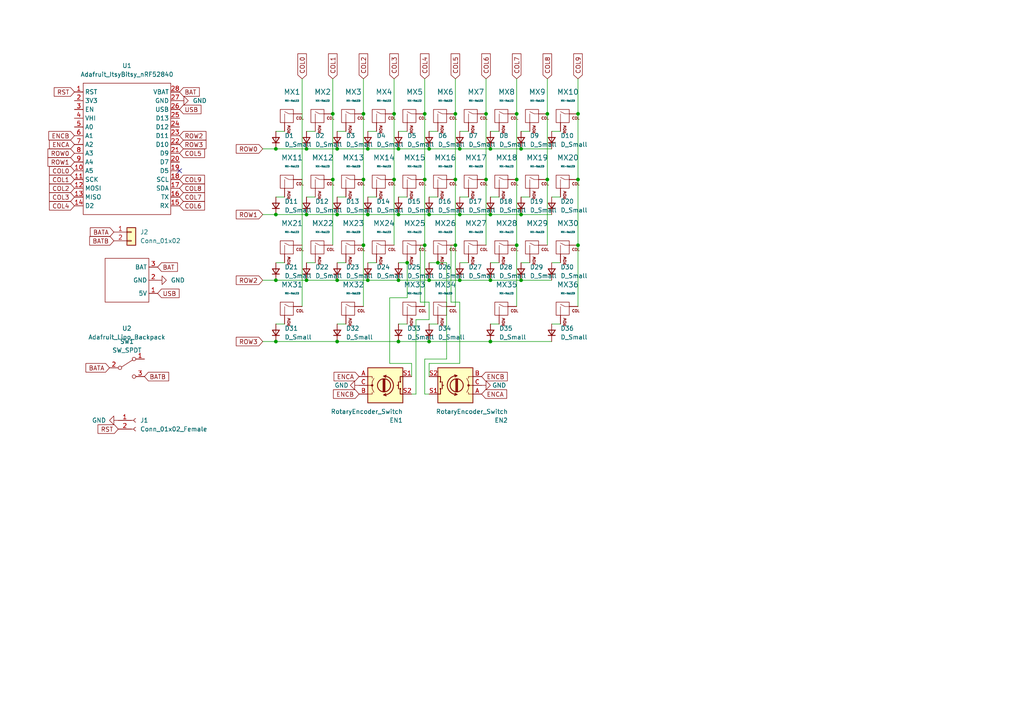
<source format=kicad_sch>
(kicad_sch (version 20211123) (generator eeschema)

  (uuid c01c8b1b-8d16-4f0e-ac3d-f81b0660dac4)

  (paper "A4")

  (lib_symbols
    (symbol "Connector:Conn_01x02_Female" (pin_names (offset 1.016) hide) (in_bom yes) (on_board yes)
      (property "Reference" "J" (id 0) (at 0 2.54 0)
        (effects (font (size 1.27 1.27)))
      )
      (property "Value" "Conn_01x02_Female" (id 1) (at 0 -5.08 0)
        (effects (font (size 1.27 1.27)))
      )
      (property "Footprint" "" (id 2) (at 0 0 0)
        (effects (font (size 1.27 1.27)) hide)
      )
      (property "Datasheet" "~" (id 3) (at 0 0 0)
        (effects (font (size 1.27 1.27)) hide)
      )
      (property "ki_keywords" "connector" (id 4) (at 0 0 0)
        (effects (font (size 1.27 1.27)) hide)
      )
      (property "ki_description" "Generic connector, single row, 01x02, script generated (kicad-library-utils/schlib/autogen/connector/)" (id 5) (at 0 0 0)
        (effects (font (size 1.27 1.27)) hide)
      )
      (property "ki_fp_filters" "Connector*:*_1x??_*" (id 6) (at 0 0 0)
        (effects (font (size 1.27 1.27)) hide)
      )
      (symbol "Conn_01x02_Female_1_1"
        (arc (start 0 -2.032) (mid -0.508 -2.54) (end 0 -3.048)
          (stroke (width 0.1524) (type default) (color 0 0 0 0))
          (fill (type none))
        )
        (polyline
          (pts
            (xy -1.27 -2.54)
            (xy -0.508 -2.54)
          )
          (stroke (width 0.1524) (type default) (color 0 0 0 0))
          (fill (type none))
        )
        (polyline
          (pts
            (xy -1.27 0)
            (xy -0.508 0)
          )
          (stroke (width 0.1524) (type default) (color 0 0 0 0))
          (fill (type none))
        )
        (arc (start 0 0.508) (mid -0.508 0) (end 0 -0.508)
          (stroke (width 0.1524) (type default) (color 0 0 0 0))
          (fill (type none))
        )
        (pin passive line (at -5.08 0 0) (length 3.81)
          (name "Pin_1" (effects (font (size 1.27 1.27))))
          (number "1" (effects (font (size 1.27 1.27))))
        )
        (pin passive line (at -5.08 -2.54 0) (length 3.81)
          (name "Pin_2" (effects (font (size 1.27 1.27))))
          (number "2" (effects (font (size 1.27 1.27))))
        )
      )
    )
    (symbol "Connector_Generic:Conn_01x02" (pin_names (offset 1.016) hide) (in_bom yes) (on_board yes)
      (property "Reference" "J" (id 0) (at 0 2.54 0)
        (effects (font (size 1.27 1.27)))
      )
      (property "Value" "Conn_01x02" (id 1) (at 0 -5.08 0)
        (effects (font (size 1.27 1.27)))
      )
      (property "Footprint" "" (id 2) (at 0 0 0)
        (effects (font (size 1.27 1.27)) hide)
      )
      (property "Datasheet" "~" (id 3) (at 0 0 0)
        (effects (font (size 1.27 1.27)) hide)
      )
      (property "ki_keywords" "connector" (id 4) (at 0 0 0)
        (effects (font (size 1.27 1.27)) hide)
      )
      (property "ki_description" "Generic connector, single row, 01x02, script generated (kicad-library-utils/schlib/autogen/connector/)" (id 5) (at 0 0 0)
        (effects (font (size 1.27 1.27)) hide)
      )
      (property "ki_fp_filters" "Connector*:*_1x??_*" (id 6) (at 0 0 0)
        (effects (font (size 1.27 1.27)) hide)
      )
      (symbol "Conn_01x02_1_1"
        (rectangle (start -1.27 -2.413) (end 0 -2.667)
          (stroke (width 0.1524) (type default) (color 0 0 0 0))
          (fill (type none))
        )
        (rectangle (start -1.27 0.127) (end 0 -0.127)
          (stroke (width 0.1524) (type default) (color 0 0 0 0))
          (fill (type none))
        )
        (rectangle (start -1.27 1.27) (end 1.27 -3.81)
          (stroke (width 0.254) (type default) (color 0 0 0 0))
          (fill (type background))
        )
        (pin passive line (at -5.08 0 0) (length 3.81)
          (name "Pin_1" (effects (font (size 1.27 1.27))))
          (number "1" (effects (font (size 1.27 1.27))))
        )
        (pin passive line (at -5.08 -2.54 0) (length 3.81)
          (name "Pin_2" (effects (font (size 1.27 1.27))))
          (number "2" (effects (font (size 1.27 1.27))))
        )
      )
    )
    (symbol "Device:D_Small" (pin_numbers hide) (pin_names (offset 0.254) hide) (in_bom yes) (on_board yes)
      (property "Reference" "D" (id 0) (at -1.27 2.032 0)
        (effects (font (size 1.27 1.27)) (justify left))
      )
      (property "Value" "D_Small" (id 1) (at -3.81 -2.032 0)
        (effects (font (size 1.27 1.27)) (justify left))
      )
      (property "Footprint" "" (id 2) (at 0 0 90)
        (effects (font (size 1.27 1.27)) hide)
      )
      (property "Datasheet" "~" (id 3) (at 0 0 90)
        (effects (font (size 1.27 1.27)) hide)
      )
      (property "ki_keywords" "diode" (id 4) (at 0 0 0)
        (effects (font (size 1.27 1.27)) hide)
      )
      (property "ki_description" "Diode, small symbol" (id 5) (at 0 0 0)
        (effects (font (size 1.27 1.27)) hide)
      )
      (property "ki_fp_filters" "TO-???* *_Diode_* *SingleDiode* D_*" (id 6) (at 0 0 0)
        (effects (font (size 1.27 1.27)) hide)
      )
      (symbol "D_Small_0_1"
        (polyline
          (pts
            (xy -0.762 -1.016)
            (xy -0.762 1.016)
          )
          (stroke (width 0.254) (type default) (color 0 0 0 0))
          (fill (type none))
        )
        (polyline
          (pts
            (xy -0.762 0)
            (xy 0.762 0)
          )
          (stroke (width 0) (type default) (color 0 0 0 0))
          (fill (type none))
        )
        (polyline
          (pts
            (xy 0.762 -1.016)
            (xy -0.762 0)
            (xy 0.762 1.016)
            (xy 0.762 -1.016)
          )
          (stroke (width 0.254) (type default) (color 0 0 0 0))
          (fill (type none))
        )
      )
      (symbol "D_Small_1_1"
        (pin passive line (at -2.54 0 0) (length 1.778)
          (name "K" (effects (font (size 1.27 1.27))))
          (number "1" (effects (font (size 1.27 1.27))))
        )
        (pin passive line (at 2.54 0 180) (length 1.778)
          (name "A" (effects (font (size 1.27 1.27))))
          (number "2" (effects (font (size 1.27 1.27))))
        )
      )
    )
    (symbol "Device:RotaryEncoder_Switch" (pin_names (offset 0.254) hide) (in_bom yes) (on_board yes)
      (property "Reference" "SW" (id 0) (at 0 6.604 0)
        (effects (font (size 1.27 1.27)))
      )
      (property "Value" "RotaryEncoder_Switch" (id 1) (at 0 -6.604 0)
        (effects (font (size 1.27 1.27)))
      )
      (property "Footprint" "" (id 2) (at -3.81 4.064 0)
        (effects (font (size 1.27 1.27)) hide)
      )
      (property "Datasheet" "~" (id 3) (at 0 6.604 0)
        (effects (font (size 1.27 1.27)) hide)
      )
      (property "ki_keywords" "rotary switch encoder switch push button" (id 4) (at 0 0 0)
        (effects (font (size 1.27 1.27)) hide)
      )
      (property "ki_description" "Rotary encoder, dual channel, incremental quadrate outputs, with switch" (id 5) (at 0 0 0)
        (effects (font (size 1.27 1.27)) hide)
      )
      (property "ki_fp_filters" "RotaryEncoder*Switch*" (id 6) (at 0 0 0)
        (effects (font (size 1.27 1.27)) hide)
      )
      (symbol "RotaryEncoder_Switch_0_1"
        (rectangle (start -5.08 5.08) (end 5.08 -5.08)
          (stroke (width 0.254) (type default) (color 0 0 0 0))
          (fill (type background))
        )
        (circle (center -3.81 0) (radius 0.254)
          (stroke (width 0) (type default) (color 0 0 0 0))
          (fill (type outline))
        )
        (arc (start -0.381 -2.794) (mid 2.3622 -0.0508) (end -0.381 2.667)
          (stroke (width 0.254) (type default) (color 0 0 0 0))
          (fill (type none))
        )
        (circle (center -0.381 0) (radius 1.905)
          (stroke (width 0.254) (type default) (color 0 0 0 0))
          (fill (type none))
        )
        (polyline
          (pts
            (xy -0.635 -1.778)
            (xy -0.635 1.778)
          )
          (stroke (width 0.254) (type default) (color 0 0 0 0))
          (fill (type none))
        )
        (polyline
          (pts
            (xy -0.381 -1.778)
            (xy -0.381 1.778)
          )
          (stroke (width 0.254) (type default) (color 0 0 0 0))
          (fill (type none))
        )
        (polyline
          (pts
            (xy -0.127 1.778)
            (xy -0.127 -1.778)
          )
          (stroke (width 0.254) (type default) (color 0 0 0 0))
          (fill (type none))
        )
        (polyline
          (pts
            (xy 3.81 0)
            (xy 3.429 0)
          )
          (stroke (width 0.254) (type default) (color 0 0 0 0))
          (fill (type none))
        )
        (polyline
          (pts
            (xy 3.81 1.016)
            (xy 3.81 -1.016)
          )
          (stroke (width 0.254) (type default) (color 0 0 0 0))
          (fill (type none))
        )
        (polyline
          (pts
            (xy -5.08 -2.54)
            (xy -3.81 -2.54)
            (xy -3.81 -2.032)
          )
          (stroke (width 0) (type default) (color 0 0 0 0))
          (fill (type none))
        )
        (polyline
          (pts
            (xy -5.08 2.54)
            (xy -3.81 2.54)
            (xy -3.81 2.032)
          )
          (stroke (width 0) (type default) (color 0 0 0 0))
          (fill (type none))
        )
        (polyline
          (pts
            (xy 0.254 -3.048)
            (xy -0.508 -2.794)
            (xy 0.127 -2.413)
          )
          (stroke (width 0.254) (type default) (color 0 0 0 0))
          (fill (type none))
        )
        (polyline
          (pts
            (xy 0.254 2.921)
            (xy -0.508 2.667)
            (xy 0.127 2.286)
          )
          (stroke (width 0.254) (type default) (color 0 0 0 0))
          (fill (type none))
        )
        (polyline
          (pts
            (xy 5.08 -2.54)
            (xy 4.318 -2.54)
            (xy 4.318 -1.016)
          )
          (stroke (width 0.254) (type default) (color 0 0 0 0))
          (fill (type none))
        )
        (polyline
          (pts
            (xy 5.08 2.54)
            (xy 4.318 2.54)
            (xy 4.318 1.016)
          )
          (stroke (width 0.254) (type default) (color 0 0 0 0))
          (fill (type none))
        )
        (polyline
          (pts
            (xy -5.08 0)
            (xy -3.81 0)
            (xy -3.81 -1.016)
            (xy -3.302 -2.032)
          )
          (stroke (width 0) (type default) (color 0 0 0 0))
          (fill (type none))
        )
        (polyline
          (pts
            (xy -4.318 0)
            (xy -3.81 0)
            (xy -3.81 1.016)
            (xy -3.302 2.032)
          )
          (stroke (width 0) (type default) (color 0 0 0 0))
          (fill (type none))
        )
        (circle (center 4.318 -1.016) (radius 0.127)
          (stroke (width 0.254) (type default) (color 0 0 0 0))
          (fill (type none))
        )
        (circle (center 4.318 1.016) (radius 0.127)
          (stroke (width 0.254) (type default) (color 0 0 0 0))
          (fill (type none))
        )
      )
      (symbol "RotaryEncoder_Switch_1_1"
        (pin passive line (at -7.62 2.54 0) (length 2.54)
          (name "A" (effects (font (size 1.27 1.27))))
          (number "A" (effects (font (size 1.27 1.27))))
        )
        (pin passive line (at -7.62 -2.54 0) (length 2.54)
          (name "B" (effects (font (size 1.27 1.27))))
          (number "B" (effects (font (size 1.27 1.27))))
        )
        (pin passive line (at -7.62 0 0) (length 2.54)
          (name "C" (effects (font (size 1.27 1.27))))
          (number "C" (effects (font (size 1.27 1.27))))
        )
        (pin passive line (at 7.62 2.54 180) (length 2.54)
          (name "S1" (effects (font (size 1.27 1.27))))
          (number "S1" (effects (font (size 1.27 1.27))))
        )
        (pin passive line (at 7.62 -2.54 180) (length 2.54)
          (name "S2" (effects (font (size 1.27 1.27))))
          (number "S2" (effects (font (size 1.27 1.27))))
        )
      )
    )
    (symbol "MX_Alps_Hybrid:MX-NoLED" (pin_names (offset 1.016)) (in_bom yes) (on_board yes)
      (property "Reference" "MX" (id 0) (at -0.635 3.81 0)
        (effects (font (size 1.524 1.524)))
      )
      (property "Value" "MX-NoLED" (id 1) (at -0.635 1.27 0)
        (effects (font (size 0.508 0.508)))
      )
      (property "Footprint" "" (id 2) (at -15.875 -0.635 0)
        (effects (font (size 1.524 1.524)) hide)
      )
      (property "Datasheet" "" (id 3) (at -15.875 -0.635 0)
        (effects (font (size 1.524 1.524)) hide)
      )
      (symbol "MX-NoLED_0_0"
        (rectangle (start -2.54 2.54) (end 1.27 -1.27)
          (stroke (width 0) (type default) (color 0 0 0 0))
          (fill (type none))
        )
        (polyline
          (pts
            (xy -1.27 -1.27)
            (xy -1.27 1.27)
          )
          (stroke (width 0.127) (type default) (color 0 0 0 0))
          (fill (type none))
        )
        (polyline
          (pts
            (xy 1.27 1.27)
            (xy 0 1.27)
            (xy -1.27 1.905)
          )
          (stroke (width 0.127) (type default) (color 0 0 0 0))
          (fill (type none))
        )
        (text "COL" (at 3.175 0 0)
          (effects (font (size 0.762 0.762)))
        )
        (text "ROW" (at 0 -1.905 900)
          (effects (font (size 0.762 0.762)) (justify right))
        )
      )
      (symbol "MX-NoLED_1_1"
        (pin passive line (at 3.81 1.27 180) (length 2.54)
          (name "COL" (effects (font (size 0 0))))
          (number "1" (effects (font (size 0 0))))
        )
        (pin passive line (at -1.27 -3.81 90) (length 2.54)
          (name "ROW" (effects (font (size 0 0))))
          (number "2" (effects (font (size 0 0))))
        )
      )
    )
    (symbol "Switch:SW_SPDT" (pin_names (offset 0) hide) (in_bom yes) (on_board yes)
      (property "Reference" "SW" (id 0) (at 0 4.318 0)
        (effects (font (size 1.27 1.27)))
      )
      (property "Value" "SW_SPDT" (id 1) (at 0 -5.08 0)
        (effects (font (size 1.27 1.27)))
      )
      (property "Footprint" "" (id 2) (at 0 0 0)
        (effects (font (size 1.27 1.27)) hide)
      )
      (property "Datasheet" "~" (id 3) (at 0 0 0)
        (effects (font (size 1.27 1.27)) hide)
      )
      (property "ki_keywords" "switch single-pole double-throw spdt ON-ON" (id 4) (at 0 0 0)
        (effects (font (size 1.27 1.27)) hide)
      )
      (property "ki_description" "Switch, single pole double throw" (id 5) (at 0 0 0)
        (effects (font (size 1.27 1.27)) hide)
      )
      (symbol "SW_SPDT_0_0"
        (circle (center -2.032 0) (radius 0.508)
          (stroke (width 0) (type default) (color 0 0 0 0))
          (fill (type none))
        )
        (circle (center 2.032 -2.54) (radius 0.508)
          (stroke (width 0) (type default) (color 0 0 0 0))
          (fill (type none))
        )
      )
      (symbol "SW_SPDT_0_1"
        (polyline
          (pts
            (xy -1.524 0.254)
            (xy 1.651 2.286)
          )
          (stroke (width 0) (type default) (color 0 0 0 0))
          (fill (type none))
        )
        (circle (center 2.032 2.54) (radius 0.508)
          (stroke (width 0) (type default) (color 0 0 0 0))
          (fill (type none))
        )
      )
      (symbol "SW_SPDT_1_1"
        (pin passive line (at 5.08 2.54 180) (length 2.54)
          (name "A" (effects (font (size 1.27 1.27))))
          (number "1" (effects (font (size 1.27 1.27))))
        )
        (pin passive line (at -5.08 0 0) (length 2.54)
          (name "B" (effects (font (size 1.27 1.27))))
          (number "2" (effects (font (size 1.27 1.27))))
        )
        (pin passive line (at 5.08 -2.54 180) (length 2.54)
          (name "C" (effects (font (size 1.27 1.27))))
          (number "3" (effects (font (size 1.27 1.27))))
        )
      )
    )
    (symbol "itsybitsy+bp:Adafruit_ItsyBitsy_nRF52840" (in_bom yes) (on_board yes)
      (property "Reference" "U" (id 0) (at 0 -1.27 0)
        (effects (font (size 1.27 1.27)))
      )
      (property "Value" "Adafruit_ItsyBitsy_nRF52840" (id 1) (at 0 -44.45 0)
        (effects (font (size 1.27 1.27)))
      )
      (property "Footprint" "" (id 2) (at 0 0 0)
        (effects (font (size 1.27 1.27)) hide)
      )
      (property "Datasheet" "" (id 3) (at 0 0 0)
        (effects (font (size 1.27 1.27)) hide)
      )
      (symbol "Adafruit_ItsyBitsy_nRF52840_0_1"
        (rectangle (start -12.7 -3.81) (end -12.7 -3.81)
          (stroke (width 0.1524) (type default) (color 0 0 0 0))
          (fill (type none))
        )
        (rectangle (start -12.7 -3.81) (end 12.7 -41.91)
          (stroke (width 0.1524) (type default) (color 0 0 0 0))
          (fill (type none))
        )
        (rectangle (start 12.7 -3.81) (end 12.7 -3.81)
          (stroke (width 0.1524) (type default) (color 0 0 0 0))
          (fill (type none))
        )
      )
      (symbol "Adafruit_ItsyBitsy_nRF52840_1_1"
        (pin input line (at -15.24 -6.35 0) (length 2.54)
          (name "RST" (effects (font (size 1.27 1.27))))
          (number "1" (effects (font (size 1.27 1.27))))
        )
        (pin bidirectional line (at -15.24 -29.21 0) (length 2.54)
          (name "A5" (effects (font (size 1.27 1.27))))
          (number "10" (effects (font (size 1.27 1.27))))
        )
        (pin bidirectional line (at -15.24 -31.75 0) (length 2.54)
          (name "SCK" (effects (font (size 1.27 1.27))))
          (number "11" (effects (font (size 1.27 1.27))))
        )
        (pin bidirectional line (at -15.24 -34.29 0) (length 2.54)
          (name "MOSI" (effects (font (size 1.27 1.27))))
          (number "12" (effects (font (size 1.27 1.27))))
        )
        (pin bidirectional line (at -15.24 -36.83 0) (length 2.54)
          (name "MISO" (effects (font (size 1.27 1.27))))
          (number "13" (effects (font (size 1.27 1.27))))
        )
        (pin bidirectional line (at -15.24 -39.37 0) (length 2.54)
          (name "D2" (effects (font (size 1.27 1.27))))
          (number "14" (effects (font (size 1.27 1.27))))
        )
        (pin bidirectional line (at 15.24 -39.37 180) (length 2.54)
          (name "RX" (effects (font (size 1.27 1.27))))
          (number "15" (effects (font (size 1.27 1.27))))
        )
        (pin bidirectional line (at 15.24 -36.83 180) (length 2.54)
          (name "TX" (effects (font (size 1.27 1.27))))
          (number "16" (effects (font (size 1.27 1.27))))
        )
        (pin bidirectional line (at 15.24 -34.29 180) (length 2.54)
          (name "SDA" (effects (font (size 1.27 1.27))))
          (number "17" (effects (font (size 1.27 1.27))))
        )
        (pin bidirectional line (at 15.24 -31.75 180) (length 2.54)
          (name "SCL" (effects (font (size 1.27 1.27))))
          (number "18" (effects (font (size 1.27 1.27))))
        )
        (pin bidirectional line (at 15.24 -29.21 180) (length 2.54)
          (name "D5" (effects (font (size 1.27 1.27))))
          (number "19" (effects (font (size 1.27 1.27))))
        )
        (pin power_in line (at -15.24 -8.89 0) (length 2.54)
          (name "3V3" (effects (font (size 1.27 1.27))))
          (number "2" (effects (font (size 1.27 1.27))))
        )
        (pin bidirectional line (at 15.24 -26.67 180) (length 2.54)
          (name "D7" (effects (font (size 1.27 1.27))))
          (number "20" (effects (font (size 1.27 1.27))))
        )
        (pin bidirectional line (at 15.24 -24.13 180) (length 2.54)
          (name "D9" (effects (font (size 1.27 1.27))))
          (number "21" (effects (font (size 1.27 1.27))))
        )
        (pin bidirectional line (at 15.24 -21.59 180) (length 2.54)
          (name "D10" (effects (font (size 1.27 1.27))))
          (number "22" (effects (font (size 1.27 1.27))))
        )
        (pin bidirectional line (at 15.24 -19.05 180) (length 2.54)
          (name "D11" (effects (font (size 1.27 1.27))))
          (number "23" (effects (font (size 1.27 1.27))))
        )
        (pin bidirectional line (at 15.24 -16.51 180) (length 2.54)
          (name "D12" (effects (font (size 1.27 1.27))))
          (number "24" (effects (font (size 1.27 1.27))))
        )
        (pin bidirectional line (at 15.24 -13.97 180) (length 2.54)
          (name "D13" (effects (font (size 1.27 1.27))))
          (number "25" (effects (font (size 1.27 1.27))))
        )
        (pin power_in line (at 15.24 -11.43 180) (length 2.54)
          (name "USB" (effects (font (size 1.27 1.27))))
          (number "26" (effects (font (size 1.27 1.27))))
        )
        (pin power_in line (at 15.24 -8.89 180) (length 2.54)
          (name "GND" (effects (font (size 1.27 1.27))))
          (number "27" (effects (font (size 1.27 1.27))))
        )
        (pin power_in line (at 15.24 -6.35 180) (length 2.54)
          (name "VBAT" (effects (font (size 1.27 1.27))))
          (number "28" (effects (font (size 1.27 1.27))))
        )
        (pin input line (at -15.24 -11.43 0) (length 2.54)
          (name "EN" (effects (font (size 1.27 1.27))))
          (number "3" (effects (font (size 1.27 1.27))))
        )
        (pin power_out line (at -15.24 -13.97 0) (length 2.54)
          (name "VHI" (effects (font (size 1.27 1.27))))
          (number "4" (effects (font (size 1.27 1.27))))
        )
        (pin bidirectional line (at -15.24 -16.51 0) (length 2.54)
          (name "A0" (effects (font (size 1.27 1.27))))
          (number "5" (effects (font (size 1.27 1.27))))
        )
        (pin bidirectional line (at -15.24 -19.05 0) (length 2.54)
          (name "A1" (effects (font (size 1.27 1.27))))
          (number "6" (effects (font (size 1.27 1.27))))
        )
        (pin bidirectional line (at -15.24 -21.59 0) (length 2.54)
          (name "A2" (effects (font (size 1.27 1.27))))
          (number "7" (effects (font (size 1.27 1.27))))
        )
        (pin bidirectional line (at -15.24 -24.13 0) (length 2.54)
          (name "A3" (effects (font (size 1.27 1.27))))
          (number "8" (effects (font (size 1.27 1.27))))
        )
        (pin bidirectional line (at -15.24 -26.67 0) (length 2.54)
          (name "A4" (effects (font (size 1.27 1.27))))
          (number "9" (effects (font (size 1.27 1.27))))
        )
      )
    )
    (symbol "itsybitsy+bp:Adafruit_Lipo_Backpack" (in_bom yes) (on_board yes)
      (property "Reference" "U2" (id 0) (at 0.0381 1.27 0)
        (effects (font (size 1.27 1.27)))
      )
      (property "Value" "Adafruit_Lipo_Backpack" (id 1) (at 0.0381 3.81 0)
        (effects (font (size 1.27 1.27)))
      )
      (property "Footprint" "adafruit:Trinket Lipo Backpack" (id 2) (at 0 0 0)
        (effects (font (size 1.27 1.27)) hide)
      )
      (property "Datasheet" "" (id 3) (at 0 0 0)
        (effects (font (size 1.27 1.27)) hide)
      )
      (symbol "Adafruit_Lipo_Backpack_0_1"
        (rectangle (start -6.35 -6.35) (end 6.35 -19.05)
          (stroke (width 0.1524) (type default) (color 0 0 0 0))
          (fill (type none))
        )
      )
      (symbol "Adafruit_Lipo_Backpack_1_1"
        (pin power_out line (at -8.89 -8.89 0) (length 2.54)
          (name "5V" (effects (font (size 1.27 1.27))))
          (number "1" (effects (font (size 1.27 1.27))))
        )
        (pin power_in line (at -8.89 -12.7 0) (length 2.54)
          (name "GND" (effects (font (size 1.27 1.27))))
          (number "2" (effects (font (size 1.27 1.27))))
        )
        (pin power_out line (at -8.89 -16.51 0) (length 2.54)
          (name "BAT" (effects (font (size 1.27 1.27))))
          (number "3" (effects (font (size 1.27 1.27))))
        )
      )
    )
    (symbol "power:GND" (power) (pin_names (offset 0)) (in_bom yes) (on_board yes)
      (property "Reference" "#PWR" (id 0) (at 0 -6.35 0)
        (effects (font (size 1.27 1.27)) hide)
      )
      (property "Value" "GND" (id 1) (at 0 -3.81 0)
        (effects (font (size 1.27 1.27)))
      )
      (property "Footprint" "" (id 2) (at 0 0 0)
        (effects (font (size 1.27 1.27)) hide)
      )
      (property "Datasheet" "" (id 3) (at 0 0 0)
        (effects (font (size 1.27 1.27)) hide)
      )
      (property "ki_keywords" "power-flag" (id 4) (at 0 0 0)
        (effects (font (size 1.27 1.27)) hide)
      )
      (property "ki_description" "Power symbol creates a global label with name \"GND\" , ground" (id 5) (at 0 0 0)
        (effects (font (size 1.27 1.27)) hide)
      )
      (symbol "GND_0_1"
        (polyline
          (pts
            (xy 0 0)
            (xy 0 -1.27)
            (xy 1.27 -1.27)
            (xy 0 -2.54)
            (xy -1.27 -1.27)
            (xy 0 -1.27)
          )
          (stroke (width 0) (type default) (color 0 0 0 0))
          (fill (type none))
        )
      )
      (symbol "GND_1_1"
        (pin power_in line (at 0 0 270) (length 0) hide
          (name "GND" (effects (font (size 1.27 1.27))))
          (number "1" (effects (font (size 1.27 1.27))))
        )
      )
    )
  )

  (junction (at 140.97 33.02) (diameter 0) (color 0 0 0 0)
    (uuid 03c52831-5dc5-43c5-a442-8d23643b46fb)
  )
  (junction (at 133.35 43.18) (diameter 0) (color 0 0 0 0)
    (uuid 0b21a65d-d20b-411e-920a-75c343ac5136)
  )
  (junction (at 124.46 43.18) (diameter 0) (color 0 0 0 0)
    (uuid 0eaa98f0-9565-4637-ace3-42a5231b07f7)
  )
  (junction (at 132.08 52.07) (diameter 0) (color 0 0 0 0)
    (uuid 0f22151c-f260-4674-b486-4710a2c42a55)
  )
  (junction (at 115.57 81.28) (diameter 0) (color 0 0 0 0)
    (uuid 127679a9-3981-4934-815e-896a4e3ff56e)
  )
  (junction (at 124.46 62.23) (diameter 0) (color 0 0 0 0)
    (uuid 181abe7a-f941-42b6-bd46-aaa3131f90fb)
  )
  (junction (at 132.08 33.02) (diameter 0) (color 0 0 0 0)
    (uuid 1831fb37-1c5d-42c4-b898-151be6fca9dc)
  )
  (junction (at 167.64 33.02) (diameter 0) (color 0 0 0 0)
    (uuid 1a1ab354-5f85-45f9-938c-9f6c4c8c3ea2)
  )
  (junction (at 88.9 81.28) (diameter 0) (color 0 0 0 0)
    (uuid 1e1b062d-fad0-427c-a622-c5b8a80b5268)
  )
  (junction (at 142.24 43.18) (diameter 0) (color 0 0 0 0)
    (uuid 29e78086-2175-405e-9ba3-c48766d2f50c)
  )
  (junction (at 149.86 52.07) (diameter 0) (color 0 0 0 0)
    (uuid 2d210a96-f81f-42a9-8bf4-1b43c11086f3)
  )
  (junction (at 97.79 62.23) (diameter 0) (color 0 0 0 0)
    (uuid 2e642b3e-a476-4c54-9a52-dcea955640cd)
  )
  (junction (at 96.52 52.07) (diameter 0) (color 0 0 0 0)
    (uuid 30f15357-ce1d-48b9-93dc-7d9b1b2aa048)
  )
  (junction (at 88.9 43.18) (diameter 0) (color 0 0 0 0)
    (uuid 3b838d52-596d-4e4d-a6ac-e4c8e7621137)
  )
  (junction (at 133.35 62.23) (diameter 0) (color 0 0 0 0)
    (uuid 3cd1bda0-18db-417d-b581-a0c50623df68)
  )
  (junction (at 167.64 52.07) (diameter 0) (color 0 0 0 0)
    (uuid 42713045-fffd-4b2d-ae1e-7232d705fb12)
  )
  (junction (at 80.01 43.18) (diameter 0) (color 0 0 0 0)
    (uuid 44d8279a-9cd1-4db6-856f-0363131605fc)
  )
  (junction (at 115.57 99.06) (diameter 0) (color 0 0 0 0)
    (uuid 48ab88d7-7084-4d02-b109-3ad55a30bb11)
  )
  (junction (at 142.24 81.28) (diameter 0) (color 0 0 0 0)
    (uuid 4c8eb964-bdf4-44de-90e9-e2ab82dd5313)
  )
  (junction (at 97.79 81.28) (diameter 0) (color 0 0 0 0)
    (uuid 5038e144-5119-49db-b6cf-f7c345f1cf03)
  )
  (junction (at 105.41 33.02) (diameter 0) (color 0 0 0 0)
    (uuid 54365317-1355-4216-bb75-829375abc4ec)
  )
  (junction (at 106.68 81.28) (diameter 0) (color 0 0 0 0)
    (uuid 5fc27c35-3e1c-4f96-817c-93b5570858a6)
  )
  (junction (at 80.01 81.28) (diameter 0) (color 0 0 0 0)
    (uuid 66116376-6967-4178-9f23-a26cdeafc400)
  )
  (junction (at 151.13 62.23) (diameter 0) (color 0 0 0 0)
    (uuid 666713b0-70f4-42df-8761-f65bc212d03b)
  )
  (junction (at 114.3 52.07) (diameter 0) (color 0 0 0 0)
    (uuid 6a45789b-3855-401f-8139-3c734f7f52f9)
  )
  (junction (at 151.13 43.18) (diameter 0) (color 0 0 0 0)
    (uuid 6c2e273e-743c-4f1e-a647-4171f8122550)
  )
  (junction (at 114.3 33.02) (diameter 0) (color 0 0 0 0)
    (uuid 6c9b793c-e74d-4754-a2c0-901e73b26f1c)
  )
  (junction (at 123.19 71.12) (diameter 0) (color 0 0 0 0)
    (uuid 704d6d51-bb34-4cbf-83d8-841e208048d8)
  )
  (junction (at 115.57 62.23) (diameter 0) (color 0 0 0 0)
    (uuid 716e31c5-485f-40b5-88e3-a75900da9811)
  )
  (junction (at 80.01 99.06) (diameter 0) (color 0 0 0 0)
    (uuid 749dfe75-c0d6-4872-9330-29c5bbcb8ff8)
  )
  (junction (at 158.75 52.07) (diameter 0) (color 0 0 0 0)
    (uuid 7aed3a71-054b-4aaa-9c0a-030523c32827)
  )
  (junction (at 151.13 81.28) (diameter 0) (color 0 0 0 0)
    (uuid 7dc880bc-e7eb-4cce-8d8c-0b65a9dd788e)
  )
  (junction (at 123.19 52.07) (diameter 0) (color 0 0 0 0)
    (uuid 8174b4de-74b1-48db-ab8e-c8432251095b)
  )
  (junction (at 97.79 43.18) (diameter 0) (color 0 0 0 0)
    (uuid 87371631-aa02-498a-998a-09bdb74784c1)
  )
  (junction (at 158.75 33.02) (diameter 0) (color 0 0 0 0)
    (uuid 9157f4ae-0244-4ff1-9f73-3cb4cbb5f280)
  )
  (junction (at 127 76.2) (diameter 0) (color 0 0 0 0)
    (uuid 9340c285-5767-42d5-8b6d-63fe2a40ddf3)
  )
  (junction (at 142.24 62.23) (diameter 0) (color 0 0 0 0)
    (uuid 94a873dc-af67-4ef9-8159-1f7c93eeb3d7)
  )
  (junction (at 149.86 33.02) (diameter 0) (color 0 0 0 0)
    (uuid 9bb20359-0f8b-45bc-9d38-6626ed3a939d)
  )
  (junction (at 140.97 52.07) (diameter 0) (color 0 0 0 0)
    (uuid a1823eb2-fb0d-4ed8-8b96-04184ac3a9d5)
  )
  (junction (at 105.41 52.07) (diameter 0) (color 0 0 0 0)
    (uuid a3e4f0ae-9f86-49e9-b386-ed8b42e012fb)
  )
  (junction (at 105.41 71.12) (diameter 0) (color 0 0 0 0)
    (uuid a690fc6c-55d9-47e6-b533-faa4b67e20f3)
  )
  (junction (at 142.24 99.06) (diameter 0) (color 0 0 0 0)
    (uuid aa14c3bd-4acc-4908-9d28-228585a22a9d)
  )
  (junction (at 97.79 99.06) (diameter 0) (color 0 0 0 0)
    (uuid ac264c30-3e9a-4be2-b97a-9949b68bd497)
  )
  (junction (at 115.57 43.18) (diameter 0) (color 0 0 0 0)
    (uuid b1086f75-01ba-4188-8d36-75a9e2828ca9)
  )
  (junction (at 167.64 71.12) (diameter 0) (color 0 0 0 0)
    (uuid c0515cd2-cdaa-467e-8354-0f6eadfa35c9)
  )
  (junction (at 106.68 43.18) (diameter 0) (color 0 0 0 0)
    (uuid c144caa5-b0d4-4cef-840a-d4ad178a2102)
  )
  (junction (at 124.46 99.06) (diameter 0) (color 0 0 0 0)
    (uuid c41b3c8b-634e-435a-b582-96b83bbd4032)
  )
  (junction (at 88.9 62.23) (diameter 0) (color 0 0 0 0)
    (uuid cbdcaa78-3bbc-413f-91bf-2709119373ce)
  )
  (junction (at 124.46 81.28) (diameter 0) (color 0 0 0 0)
    (uuid ce83728b-bebd-48c2-8734-b6a50d837931)
  )
  (junction (at 133.35 81.28) (diameter 0) (color 0 0 0 0)
    (uuid d57dcfee-5058-4fc2-a68b-05f9a48f685b)
  )
  (junction (at 96.52 33.02) (diameter 0) (color 0 0 0 0)
    (uuid d8603679-3e7b-4337-8dbc-1827f5f54d8a)
  )
  (junction (at 149.86 71.12) (diameter 0) (color 0 0 0 0)
    (uuid e857610b-4434-4144-b04e-43c1ebdc5ceb)
  )
  (junction (at 80.01 62.23) (diameter 0) (color 0 0 0 0)
    (uuid eb667eea-300e-4ca7-8a6f-4b00de80cd45)
  )
  (junction (at 106.68 62.23) (diameter 0) (color 0 0 0 0)
    (uuid efeac2a2-7682-4dc7-83ee-f6f1b23da506)
  )
  (junction (at 118.11 76.2) (diameter 0) (color 0 0 0 0)
    (uuid f71da641-16e6-4257-80c3-0b9d804fee4f)
  )
  (junction (at 123.19 33.02) (diameter 0) (color 0 0 0 0)
    (uuid fd470e95-4861-44fe-b1e4-6d8a7c66e144)
  )
  (junction (at 132.08 71.12) (diameter 0) (color 0 0 0 0)
    (uuid fe8d9267-7834-48d6-a191-c8724b2ee78d)
  )

  (no_connect (at 52.07 49.53) (uuid 4396ec49-dfc3-4cc6-9523-0da90098fdf8))

  (wire (pts (xy 123.19 104.14) (xy 123.19 114.3))
    (stroke (width 0) (type default) (color 0 0 0 0))
    (uuid 02a79213-064f-4727-a21a-5e06367ba339)
  )
  (wire (pts (xy 123.19 114.3) (xy 124.46 114.3))
    (stroke (width 0) (type default) (color 0 0 0 0))
    (uuid 02a79213-064f-4727-a21a-5e06367ba33a)
  )
  (wire (pts (xy 127 76.2) (xy 129.54 76.2))
    (stroke (width 0) (type default) (color 0 0 0 0))
    (uuid 02a79213-064f-4727-a21a-5e06367ba33b)
  )
  (wire (pts (xy 129.54 76.2) (xy 129.54 104.14))
    (stroke (width 0) (type default) (color 0 0 0 0))
    (uuid 02a79213-064f-4727-a21a-5e06367ba33c)
  )
  (wire (pts (xy 129.54 104.14) (xy 123.19 104.14))
    (stroke (width 0) (type default) (color 0 0 0 0))
    (uuid 02a79213-064f-4727-a21a-5e06367ba33d)
  )
  (wire (pts (xy 106.68 57.15) (xy 109.22 57.15))
    (stroke (width 0) (type default) (color 0 0 0 0))
    (uuid 037b6820-4617-4601-9c4f-7ea75647f282)
  )
  (wire (pts (xy 160.02 38.1) (xy 162.56 38.1))
    (stroke (width 0) (type default) (color 0 0 0 0))
    (uuid 0efa2d6d-c4f9-4e8e-b5d9-795680ce462c)
  )
  (wire (pts (xy 167.64 71.12) (xy 167.64 88.9))
    (stroke (width 0) (type default) (color 0 0 0 0))
    (uuid 0faa45c6-0d29-40c9-a6ae-4a3ab2eb4afc)
  )
  (wire (pts (xy 142.24 38.1) (xy 144.78 38.1))
    (stroke (width 0) (type default) (color 0 0 0 0))
    (uuid 13606cce-9f0e-4a95-ac0d-0b2b098c45d6)
  )
  (wire (pts (xy 76.2 81.28) (xy 80.01 81.28))
    (stroke (width 0) (type default) (color 0 0 0 0))
    (uuid 15138d41-7b81-42c5-b0f2-4923e1ce9d88)
  )
  (wire (pts (xy 160.02 76.2) (xy 162.56 76.2))
    (stroke (width 0) (type default) (color 0 0 0 0))
    (uuid 16a5a181-46f9-40ea-b18f-daf09ed2b196)
  )
  (wire (pts (xy 80.01 81.28) (xy 88.9 81.28))
    (stroke (width 0) (type default) (color 0 0 0 0))
    (uuid 19a39915-d55f-4fed-b23b-4e9069dba632)
  )
  (wire (pts (xy 88.9 81.28) (xy 97.79 81.28))
    (stroke (width 0) (type default) (color 0 0 0 0))
    (uuid 19a39915-d55f-4fed-b23b-4e9069dba633)
  )
  (wire (pts (xy 97.79 81.28) (xy 106.68 81.28))
    (stroke (width 0) (type default) (color 0 0 0 0))
    (uuid 19a39915-d55f-4fed-b23b-4e9069dba634)
  )
  (wire (pts (xy 106.68 81.28) (xy 115.57 81.28))
    (stroke (width 0) (type default) (color 0 0 0 0))
    (uuid 19a39915-d55f-4fed-b23b-4e9069dba635)
  )
  (wire (pts (xy 115.57 81.28) (xy 124.46 81.28))
    (stroke (width 0) (type default) (color 0 0 0 0))
    (uuid 19a39915-d55f-4fed-b23b-4e9069dba636)
  )
  (wire (pts (xy 124.46 81.28) (xy 133.35 81.28))
    (stroke (width 0) (type default) (color 0 0 0 0))
    (uuid 19a39915-d55f-4fed-b23b-4e9069dba637)
  )
  (wire (pts (xy 133.35 81.28) (xy 142.24 81.28))
    (stroke (width 0) (type default) (color 0 0 0 0))
    (uuid 19a39915-d55f-4fed-b23b-4e9069dba638)
  )
  (wire (pts (xy 142.24 81.28) (xy 151.13 81.28))
    (stroke (width 0) (type default) (color 0 0 0 0))
    (uuid 19a39915-d55f-4fed-b23b-4e9069dba639)
  )
  (wire (pts (xy 151.13 81.28) (xy 160.02 81.28))
    (stroke (width 0) (type default) (color 0 0 0 0))
    (uuid 19a39915-d55f-4fed-b23b-4e9069dba63a)
  )
  (wire (pts (xy 80.01 43.18) (xy 88.9 43.18))
    (stroke (width 0) (type default) (color 0 0 0 0))
    (uuid 2608e60e-c398-48d6-a03b-9d126f38c5cc)
  )
  (wire (pts (xy 88.9 43.18) (xy 97.79 43.18))
    (stroke (width 0) (type default) (color 0 0 0 0))
    (uuid 2608e60e-c398-48d6-a03b-9d126f38c5cd)
  )
  (wire (pts (xy 97.79 43.18) (xy 106.68 43.18))
    (stroke (width 0) (type default) (color 0 0 0 0))
    (uuid 2608e60e-c398-48d6-a03b-9d126f38c5ce)
  )
  (wire (pts (xy 106.68 43.18) (xy 115.57 43.18))
    (stroke (width 0) (type default) (color 0 0 0 0))
    (uuid 2608e60e-c398-48d6-a03b-9d126f38c5cf)
  )
  (wire (pts (xy 115.57 43.18) (xy 124.46 43.18))
    (stroke (width 0) (type default) (color 0 0 0 0))
    (uuid 2608e60e-c398-48d6-a03b-9d126f38c5d0)
  )
  (wire (pts (xy 124.46 43.18) (xy 133.35 43.18))
    (stroke (width 0) (type default) (color 0 0 0 0))
    (uuid 2608e60e-c398-48d6-a03b-9d126f38c5d1)
  )
  (wire (pts (xy 133.35 43.18) (xy 142.24 43.18))
    (stroke (width 0) (type default) (color 0 0 0 0))
    (uuid 2608e60e-c398-48d6-a03b-9d126f38c5d2)
  )
  (wire (pts (xy 142.24 43.18) (xy 151.13 43.18))
    (stroke (width 0) (type default) (color 0 0 0 0))
    (uuid 2608e60e-c398-48d6-a03b-9d126f38c5d3)
  )
  (wire (pts (xy 151.13 43.18) (xy 160.02 43.18))
    (stroke (width 0) (type default) (color 0 0 0 0))
    (uuid 2608e60e-c398-48d6-a03b-9d126f38c5d4)
  )
  (wire (pts (xy 80.01 38.1) (xy 82.55 38.1))
    (stroke (width 0) (type default) (color 0 0 0 0))
    (uuid 26356dc2-a3ad-4f02-9e3e-5a853206fbcf)
  )
  (wire (pts (xy 133.35 57.15) (xy 135.89 57.15))
    (stroke (width 0) (type default) (color 0 0 0 0))
    (uuid 2b508aae-f917-457c-bb82-f8a7c54531d6)
  )
  (wire (pts (xy 80.01 62.23) (xy 88.9 62.23))
    (stroke (width 0) (type default) (color 0 0 0 0))
    (uuid 3e2d38c9-bc16-48dc-86a2-8207097368e0)
  )
  (wire (pts (xy 88.9 62.23) (xy 97.79 62.23))
    (stroke (width 0) (type default) (color 0 0 0 0))
    (uuid 3e2d38c9-bc16-48dc-86a2-8207097368e1)
  )
  (wire (pts (xy 97.79 62.23) (xy 106.68 62.23))
    (stroke (width 0) (type default) (color 0 0 0 0))
    (uuid 3e2d38c9-bc16-48dc-86a2-8207097368e2)
  )
  (wire (pts (xy 106.68 62.23) (xy 115.57 62.23))
    (stroke (width 0) (type default) (color 0 0 0 0))
    (uuid 3e2d38c9-bc16-48dc-86a2-8207097368e3)
  )
  (wire (pts (xy 115.57 62.23) (xy 124.46 62.23))
    (stroke (width 0) (type default) (color 0 0 0 0))
    (uuid 3e2d38c9-bc16-48dc-86a2-8207097368e4)
  )
  (wire (pts (xy 124.46 62.23) (xy 133.35 62.23))
    (stroke (width 0) (type default) (color 0 0 0 0))
    (uuid 3e2d38c9-bc16-48dc-86a2-8207097368e5)
  )
  (wire (pts (xy 133.35 62.23) (xy 142.24 62.23))
    (stroke (width 0) (type default) (color 0 0 0 0))
    (uuid 3e2d38c9-bc16-48dc-86a2-8207097368e6)
  )
  (wire (pts (xy 142.24 62.23) (xy 151.13 62.23))
    (stroke (width 0) (type default) (color 0 0 0 0))
    (uuid 3e2d38c9-bc16-48dc-86a2-8207097368e7)
  )
  (wire (pts (xy 151.13 62.23) (xy 160.02 62.23))
    (stroke (width 0) (type default) (color 0 0 0 0))
    (uuid 3e2d38c9-bc16-48dc-86a2-8207097368e8)
  )
  (wire (pts (xy 88.9 57.15) (xy 91.44 57.15))
    (stroke (width 0) (type default) (color 0 0 0 0))
    (uuid 3eda1b45-cfa1-46e7-987a-278d90b07505)
  )
  (wire (pts (xy 158.75 22.86) (xy 158.75 33.02))
    (stroke (width 0) (type default) (color 0 0 0 0))
    (uuid 416aace3-092b-450c-a3b0-29ba27dd7f19)
  )
  (wire (pts (xy 158.75 33.02) (xy 158.75 52.07))
    (stroke (width 0) (type default) (color 0 0 0 0))
    (uuid 416aace3-092b-450c-a3b0-29ba27dd7f1a)
  )
  (wire (pts (xy 158.75 52.07) (xy 158.75 71.12))
    (stroke (width 0) (type default) (color 0 0 0 0))
    (uuid 416aace3-092b-450c-a3b0-29ba27dd7f1b)
  )
  (wire (pts (xy 106.68 76.2) (xy 109.22 76.2))
    (stroke (width 0) (type default) (color 0 0 0 0))
    (uuid 45ef026b-9c74-4ed0-b073-f32ea408c6bf)
  )
  (wire (pts (xy 88.9 76.2) (xy 91.44 76.2))
    (stroke (width 0) (type default) (color 0 0 0 0))
    (uuid 4ba7d3c1-5caf-43d6-9ed7-12b9b62ca493)
  )
  (wire (pts (xy 76.2 99.06) (xy 80.01 99.06))
    (stroke (width 0) (type default) (color 0 0 0 0))
    (uuid 4da0ba40-388b-48ea-a2d1-08726fb312f7)
  )
  (wire (pts (xy 124.46 93.98) (xy 127 93.98))
    (stroke (width 0) (type default) (color 0 0 0 0))
    (uuid 4e2d1815-adbd-4d14-aec4-07a340f9bc0c)
  )
  (wire (pts (xy 124.46 38.1) (xy 127 38.1))
    (stroke (width 0) (type default) (color 0 0 0 0))
    (uuid 5d3d1cd7-7d8b-4afe-98d0-d3b06d5583cf)
  )
  (wire (pts (xy 149.86 71.12) (xy 149.86 88.9))
    (stroke (width 0) (type default) (color 0 0 0 0))
    (uuid 61e0e202-03a4-4361-8c92-9faf4d1f730b)
  )
  (wire (pts (xy 132.08 71.12) (xy 132.08 88.9))
    (stroke (width 0) (type default) (color 0 0 0 0))
    (uuid 62030ce1-390c-4298-9f67-bc973028a079)
  )
  (wire (pts (xy 97.79 76.2) (xy 100.33 76.2))
    (stroke (width 0) (type default) (color 0 0 0 0))
    (uuid 625d3553-23e4-4141-9164-e4bbfad44a9b)
  )
  (wire (pts (xy 142.24 93.98) (xy 144.78 93.98))
    (stroke (width 0) (type default) (color 0 0 0 0))
    (uuid 6ccc933b-e0c5-4565-8434-815155de9cd0)
  )
  (wire (pts (xy 80.01 57.15) (xy 82.55 57.15))
    (stroke (width 0) (type default) (color 0 0 0 0))
    (uuid 6ce0f068-8364-48a8-9c8e-75c8d5424d0a)
  )
  (wire (pts (xy 97.79 93.98) (xy 100.33 93.98))
    (stroke (width 0) (type default) (color 0 0 0 0))
    (uuid 7082a77e-0c28-4bf3-aa1a-633606b96fba)
  )
  (wire (pts (xy 149.86 22.86) (xy 149.86 33.02))
    (stroke (width 0) (type default) (color 0 0 0 0))
    (uuid 715083b0-40ba-4fa6-b67f-683e60807868)
  )
  (wire (pts (xy 149.86 33.02) (xy 149.86 52.07))
    (stroke (width 0) (type default) (color 0 0 0 0))
    (uuid 715083b0-40ba-4fa6-b67f-683e60807869)
  )
  (wire (pts (xy 149.86 52.07) (xy 149.86 71.12))
    (stroke (width 0) (type default) (color 0 0 0 0))
    (uuid 715083b0-40ba-4fa6-b67f-683e6080786a)
  )
  (wire (pts (xy 160.02 93.98) (xy 162.56 93.98))
    (stroke (width 0) (type default) (color 0 0 0 0))
    (uuid 74afaf49-d580-4338-bd68-12c0f2249e8b)
  )
  (wire (pts (xy 113.03 86.36) (xy 113.03 105.41))
    (stroke (width 0) (type default) (color 0 0 0 0))
    (uuid 78b66ae6-bb67-4cf9-a34f-7160e0bf2988)
  )
  (wire (pts (xy 113.03 105.41) (xy 119.38 105.41))
    (stroke (width 0) (type default) (color 0 0 0 0))
    (uuid 78b66ae6-bb67-4cf9-a34f-7160e0bf2989)
  )
  (wire (pts (xy 118.11 76.2) (xy 118.11 86.36))
    (stroke (width 0) (type default) (color 0 0 0 0))
    (uuid 78b66ae6-bb67-4cf9-a34f-7160e0bf298a)
  )
  (wire (pts (xy 118.11 86.36) (xy 113.03 86.36))
    (stroke (width 0) (type default) (color 0 0 0 0))
    (uuid 78b66ae6-bb67-4cf9-a34f-7160e0bf298b)
  )
  (wire (pts (xy 119.38 105.41) (xy 119.38 109.22))
    (stroke (width 0) (type default) (color 0 0 0 0))
    (uuid 78b66ae6-bb67-4cf9-a34f-7160e0bf298c)
  )
  (wire (pts (xy 142.24 57.15) (xy 144.78 57.15))
    (stroke (width 0) (type default) (color 0 0 0 0))
    (uuid 7b9bff72-a1c8-4b06-9160-8657e273fbf4)
  )
  (wire (pts (xy 140.97 22.86) (xy 140.97 33.02))
    (stroke (width 0) (type default) (color 0 0 0 0))
    (uuid 7be79968-88ce-4f64-8110-1ffeb46a699c)
  )
  (wire (pts (xy 140.97 33.02) (xy 140.97 52.07))
    (stroke (width 0) (type default) (color 0 0 0 0))
    (uuid 7be79968-88ce-4f64-8110-1ffeb46a699d)
  )
  (wire (pts (xy 140.97 52.07) (xy 140.97 71.12))
    (stroke (width 0) (type default) (color 0 0 0 0))
    (uuid 7be79968-88ce-4f64-8110-1ffeb46a699e)
  )
  (wire (pts (xy 76.2 43.18) (xy 80.01 43.18))
    (stroke (width 0) (type default) (color 0 0 0 0))
    (uuid 7c14142a-2a2f-4fab-927c-a74b131c0ab4)
  )
  (wire (pts (xy 133.35 76.2) (xy 135.89 76.2))
    (stroke (width 0) (type default) (color 0 0 0 0))
    (uuid 7f09af90-80d2-4bd7-8f66-270926febc92)
  )
  (wire (pts (xy 105.41 22.86) (xy 105.41 33.02))
    (stroke (width 0) (type default) (color 0 0 0 0))
    (uuid 85a802f0-cd41-4329-80e9-0725a9ff9e18)
  )
  (wire (pts (xy 105.41 33.02) (xy 105.41 52.07))
    (stroke (width 0) (type default) (color 0 0 0 0))
    (uuid 85a802f0-cd41-4329-80e9-0725a9ff9e19)
  )
  (wire (pts (xy 105.41 52.07) (xy 105.41 71.12))
    (stroke (width 0) (type default) (color 0 0 0 0))
    (uuid 85a802f0-cd41-4329-80e9-0725a9ff9e1a)
  )
  (wire (pts (xy 167.64 22.86) (xy 167.64 33.02))
    (stroke (width 0) (type default) (color 0 0 0 0))
    (uuid 8663bf73-8ee6-418d-b847-4b6220c2f9d8)
  )
  (wire (pts (xy 167.64 33.02) (xy 167.64 52.07))
    (stroke (width 0) (type default) (color 0 0 0 0))
    (uuid 8663bf73-8ee6-418d-b847-4b6220c2f9d9)
  )
  (wire (pts (xy 167.64 52.07) (xy 167.64 71.12))
    (stroke (width 0) (type default) (color 0 0 0 0))
    (uuid 8663bf73-8ee6-418d-b847-4b6220c2f9da)
  )
  (wire (pts (xy 120.65 92.71) (xy 120.65 114.3))
    (stroke (width 0) (type default) (color 0 0 0 0))
    (uuid 8d665cc9-585c-4558-817e-52f3baf1a09d)
  )
  (wire (pts (xy 120.65 114.3) (xy 119.38 114.3))
    (stroke (width 0) (type default) (color 0 0 0 0))
    (uuid 8d665cc9-585c-4558-817e-52f3baf1a09e)
  )
  (wire (pts (xy 121.92 71.12) (xy 121.92 87.63))
    (stroke (width 0) (type default) (color 0 0 0 0))
    (uuid 8d665cc9-585c-4558-817e-52f3baf1a09f)
  )
  (wire (pts (xy 121.92 87.63) (xy 124.46 87.63))
    (stroke (width 0) (type default) (color 0 0 0 0))
    (uuid 8d665cc9-585c-4558-817e-52f3baf1a0a0)
  )
  (wire (pts (xy 123.19 71.12) (xy 121.92 71.12))
    (stroke (width 0) (type default) (color 0 0 0 0))
    (uuid 8d665cc9-585c-4558-817e-52f3baf1a0a1)
  )
  (wire (pts (xy 124.46 87.63) (xy 124.46 92.71))
    (stroke (width 0) (type default) (color 0 0 0 0))
    (uuid 8d665cc9-585c-4558-817e-52f3baf1a0a2)
  )
  (wire (pts (xy 124.46 92.71) (xy 120.65 92.71))
    (stroke (width 0) (type default) (color 0 0 0 0))
    (uuid 8d665cc9-585c-4558-817e-52f3baf1a0a3)
  )
  (wire (pts (xy 133.35 38.1) (xy 135.89 38.1))
    (stroke (width 0) (type default) (color 0 0 0 0))
    (uuid 8de0aabc-3575-4bc3-a0b7-385fc491b51f)
  )
  (wire (pts (xy 151.13 38.1) (xy 153.67 38.1))
    (stroke (width 0) (type default) (color 0 0 0 0))
    (uuid 93ee6245-50e7-4756-a252-96ac69407893)
  )
  (wire (pts (xy 96.52 22.86) (xy 96.52 33.02))
    (stroke (width 0) (type default) (color 0 0 0 0))
    (uuid 96f9bc19-4ab9-4c66-8505-595454834104)
  )
  (wire (pts (xy 96.52 33.02) (xy 96.52 52.07))
    (stroke (width 0) (type default) (color 0 0 0 0))
    (uuid 96f9bc19-4ab9-4c66-8505-595454834105)
  )
  (wire (pts (xy 96.52 52.07) (xy 96.52 71.12))
    (stroke (width 0) (type default) (color 0 0 0 0))
    (uuid 96f9bc19-4ab9-4c66-8505-595454834106)
  )
  (wire (pts (xy 87.63 22.86) (xy 87.63 33.02))
    (stroke (width 0) (type default) (color 0 0 0 0))
    (uuid a88fd7ae-e085-4e1a-b92f-91b3475de85b)
  )
  (wire (pts (xy 87.63 33.02) (xy 87.63 52.07))
    (stroke (width 0) (type default) (color 0 0 0 0))
    (uuid a88fd7ae-e085-4e1a-b92f-91b3475de85c)
  )
  (wire (pts (xy 87.63 52.07) (xy 87.63 71.12))
    (stroke (width 0) (type default) (color 0 0 0 0))
    (uuid a88fd7ae-e085-4e1a-b92f-91b3475de85d)
  )
  (wire (pts (xy 87.63 71.12) (xy 87.63 88.9))
    (stroke (width 0) (type default) (color 0 0 0 0))
    (uuid a88fd7ae-e085-4e1a-b92f-91b3475de85e)
  )
  (wire (pts (xy 124.46 57.15) (xy 127 57.15))
    (stroke (width 0) (type default) (color 0 0 0 0))
    (uuid acef2ea0-eab5-4157-a6c8-de78cbd05f8d)
  )
  (wire (pts (xy 88.9 38.1) (xy 91.44 38.1))
    (stroke (width 0) (type default) (color 0 0 0 0))
    (uuid b165b04e-5366-4a6a-ae79-c52367f6565b)
  )
  (wire (pts (xy 115.57 76.2) (xy 118.11 76.2))
    (stroke (width 0) (type default) (color 0 0 0 0))
    (uuid b3d01aba-cfc7-4d53-be73-9c6b0b770e90)
  )
  (wire (pts (xy 80.01 93.98) (xy 82.55 93.98))
    (stroke (width 0) (type default) (color 0 0 0 0))
    (uuid b52c8cb2-ed41-42c0-9123-d2163069e69c)
  )
  (wire (pts (xy 124.46 76.2) (xy 127 76.2))
    (stroke (width 0) (type default) (color 0 0 0 0))
    (uuid b6c6970d-ac8a-4bb9-9bbc-e3f890b9d7f3)
  )
  (wire (pts (xy 124.46 105.41) (xy 124.46 109.22))
    (stroke (width 0) (type default) (color 0 0 0 0))
    (uuid b840f241-f179-4997-9e22-cae67fee10ee)
  )
  (wire (pts (xy 130.81 71.12) (xy 130.81 87.63))
    (stroke (width 0) (type default) (color 0 0 0 0))
    (uuid b840f241-f179-4997-9e22-cae67fee10ef)
  )
  (wire (pts (xy 130.81 87.63) (xy 133.35 87.63))
    (stroke (width 0) (type default) (color 0 0 0 0))
    (uuid b840f241-f179-4997-9e22-cae67fee10f0)
  )
  (wire (pts (xy 132.08 71.12) (xy 130.81 71.12))
    (stroke (width 0) (type default) (color 0 0 0 0))
    (uuid b840f241-f179-4997-9e22-cae67fee10f1)
  )
  (wire (pts (xy 133.35 87.63) (xy 133.35 105.41))
    (stroke (width 0) (type default) (color 0 0 0 0))
    (uuid b840f241-f179-4997-9e22-cae67fee10f2)
  )
  (wire (pts (xy 133.35 105.41) (xy 124.46 105.41))
    (stroke (width 0) (type default) (color 0 0 0 0))
    (uuid b840f241-f179-4997-9e22-cae67fee10f3)
  )
  (wire (pts (xy 106.68 38.1) (xy 109.22 38.1))
    (stroke (width 0) (type default) (color 0 0 0 0))
    (uuid b9e82dd6-cf7b-4365-93ea-f70723a8253d)
  )
  (wire (pts (xy 80.01 99.06) (xy 97.79 99.06))
    (stroke (width 0) (type default) (color 0 0 0 0))
    (uuid babdc192-0181-4044-8ef2-ba5960a70f4e)
  )
  (wire (pts (xy 97.79 99.06) (xy 115.57 99.06))
    (stroke (width 0) (type default) (color 0 0 0 0))
    (uuid babdc192-0181-4044-8ef2-ba5960a70f4f)
  )
  (wire (pts (xy 115.57 99.06) (xy 124.46 99.06))
    (stroke (width 0) (type default) (color 0 0 0 0))
    (uuid babdc192-0181-4044-8ef2-ba5960a70f50)
  )
  (wire (pts (xy 124.46 99.06) (xy 142.24 99.06))
    (stroke (width 0) (type default) (color 0 0 0 0))
    (uuid babdc192-0181-4044-8ef2-ba5960a70f51)
  )
  (wire (pts (xy 142.24 99.06) (xy 160.02 99.06))
    (stroke (width 0) (type default) (color 0 0 0 0))
    (uuid babdc192-0181-4044-8ef2-ba5960a70f52)
  )
  (wire (pts (xy 115.57 93.98) (xy 118.11 93.98))
    (stroke (width 0) (type default) (color 0 0 0 0))
    (uuid bb669421-d3d9-4cb7-bcf6-5dceb4bea837)
  )
  (wire (pts (xy 97.79 57.15) (xy 100.33 57.15))
    (stroke (width 0) (type default) (color 0 0 0 0))
    (uuid bc556a2f-4b93-4f4c-8e40-3e5ec730a746)
  )
  (wire (pts (xy 151.13 76.2) (xy 153.67 76.2))
    (stroke (width 0) (type default) (color 0 0 0 0))
    (uuid bc886bc6-0300-4bae-919a-3677451643b4)
  )
  (wire (pts (xy 114.3 22.86) (xy 114.3 33.02))
    (stroke (width 0) (type default) (color 0 0 0 0))
    (uuid c2b06be0-ccf3-40b0-ae16-7a5a81b42ea2)
  )
  (wire (pts (xy 114.3 33.02) (xy 114.3 52.07))
    (stroke (width 0) (type default) (color 0 0 0 0))
    (uuid c2b06be0-ccf3-40b0-ae16-7a5a81b42ea3)
  )
  (wire (pts (xy 114.3 52.07) (xy 114.3 71.12))
    (stroke (width 0) (type default) (color 0 0 0 0))
    (uuid c2b06be0-ccf3-40b0-ae16-7a5a81b42ea4)
  )
  (wire (pts (xy 142.24 76.2) (xy 144.78 76.2))
    (stroke (width 0) (type default) (color 0 0 0 0))
    (uuid c610f43d-6397-4560-89b7-eb415df35660)
  )
  (wire (pts (xy 123.19 71.12) (xy 123.19 88.9))
    (stroke (width 0) (type default) (color 0 0 0 0))
    (uuid c7ef13b2-8b7e-44e0-84c3-67c8e9096d6f)
  )
  (wire (pts (xy 132.08 22.86) (xy 132.08 33.02))
    (stroke (width 0) (type default) (color 0 0 0 0))
    (uuid cb145653-30dc-4d87-861f-dc5c20c5af6f)
  )
  (wire (pts (xy 132.08 33.02) (xy 132.08 52.07))
    (stroke (width 0) (type default) (color 0 0 0 0))
    (uuid cb145653-30dc-4d87-861f-dc5c20c5af70)
  )
  (wire (pts (xy 132.08 52.07) (xy 132.08 71.12))
    (stroke (width 0) (type default) (color 0 0 0 0))
    (uuid cb145653-30dc-4d87-861f-dc5c20c5af71)
  )
  (wire (pts (xy 97.79 38.1) (xy 100.33 38.1))
    (stroke (width 0) (type default) (color 0 0 0 0))
    (uuid d31779cf-9cb4-46a3-8080-16d950a0028c)
  )
  (wire (pts (xy 151.13 57.15) (xy 153.67 57.15))
    (stroke (width 0) (type default) (color 0 0 0 0))
    (uuid d7a7879d-e760-4c3d-aa3a-64374dc7b018)
  )
  (wire (pts (xy 123.19 22.86) (xy 123.19 33.02))
    (stroke (width 0) (type default) (color 0 0 0 0))
    (uuid da03e4bc-14ea-4240-ad73-f77aed84ccfa)
  )
  (wire (pts (xy 123.19 33.02) (xy 123.19 52.07))
    (stroke (width 0) (type default) (color 0 0 0 0))
    (uuid da03e4bc-14ea-4240-ad73-f77aed84ccfb)
  )
  (wire (pts (xy 123.19 52.07) (xy 123.19 71.12))
    (stroke (width 0) (type default) (color 0 0 0 0))
    (uuid da03e4bc-14ea-4240-ad73-f77aed84ccfc)
  )
  (wire (pts (xy 160.02 57.15) (xy 162.56 57.15))
    (stroke (width 0) (type default) (color 0 0 0 0))
    (uuid e425a5fc-81a6-414f-8114-4ea71d7609e4)
  )
  (wire (pts (xy 80.01 76.2) (xy 82.55 76.2))
    (stroke (width 0) (type default) (color 0 0 0 0))
    (uuid f2087429-7ebf-43e7-953f-57b27b3764f2)
  )
  (wire (pts (xy 76.2 62.23) (xy 80.01 62.23))
    (stroke (width 0) (type default) (color 0 0 0 0))
    (uuid f3d41eb2-c120-4e0a-9fdb-1526ab21d13b)
  )
  (wire (pts (xy 115.57 57.15) (xy 118.11 57.15))
    (stroke (width 0) (type default) (color 0 0 0 0))
    (uuid f9204793-b92f-4681-a9eb-211afa00f09a)
  )
  (wire (pts (xy 105.41 71.12) (xy 105.41 88.9))
    (stroke (width 0) (type default) (color 0 0 0 0))
    (uuid f97ff887-18b9-4c6c-8cd3-6a09e6d6a59b)
  )
  (wire (pts (xy 115.57 38.1) (xy 118.11 38.1))
    (stroke (width 0) (type default) (color 0 0 0 0))
    (uuid fd6e4024-2850-4f07-8b93-60af61ce3ae8)
  )

  (global_label "BATA" (shape input) (at 31.75 106.68 180) (fields_autoplaced)
    (effects (font (size 1.27 1.27)) (justify right))
    (uuid 0178b8ff-80d1-447c-a890-865a4c7a8478)
    (property "Intersheet References" "${INTERSHEET_REFS}" (id 0) (at 24.9221 106.7594 0)
      (effects (font (size 1.27 1.27)) (justify right) hide)
    )
  )
  (global_label "BATB" (shape input) (at 33.02 69.85 180) (fields_autoplaced)
    (effects (font (size 1.27 1.27)) (justify right))
    (uuid 1407de8f-fb59-4858-aa8b-97cf14c85b96)
    (property "Intersheet References" "${INTERSHEET_REFS}" (id 0) (at 26.0107 69.7706 0)
      (effects (font (size 1.27 1.27)) (justify right) hide)
    )
  )
  (global_label "ROW0" (shape input) (at 76.2 43.18 180) (fields_autoplaced)
    (effects (font (size 1.27 1.27)) (justify right))
    (uuid 19e16147-dc4c-4055-85bc-a44dec499fd4)
    (property "Intersheet References" "${INTERSHEET_REFS}" (id 0) (at 68.5255 43.1006 0)
      (effects (font (size 1.27 1.27)) (justify right) hide)
    )
  )
  (global_label "ENCB" (shape input) (at 104.14 114.3 180) (fields_autoplaced)
    (effects (font (size 1.27 1.27)) (justify right))
    (uuid 25e263bf-1133-47ba-8553-5ad380cc59af)
    (property "Intersheet References" "${INTERSHEET_REFS}" (id 0) (at 96.7074 114.3794 0)
      (effects (font (size 1.27 1.27)) (justify right) hide)
    )
  )
  (global_label "COL3" (shape input) (at 21.59 57.15 180) (fields_autoplaced)
    (effects (font (size 1.27 1.27)) (justify right))
    (uuid 29d4c1ca-aaea-4bd3-9ee4-02d566c6d695)
    (property "Intersheet References" "${INTERSHEET_REFS}" (id 0) (at 14.3388 57.0706 0)
      (effects (font (size 1.27 1.27)) (justify right) hide)
    )
  )
  (global_label "COL9" (shape input) (at 52.07 52.07 0) (fields_autoplaced)
    (effects (font (size 1.27 1.27)) (justify left))
    (uuid 2a1d0f0e-42f6-4943-8199-e4c2263c7e87)
    (property "Intersheet References" "${INTERSHEET_REFS}" (id 0) (at 59.3212 52.1494 0)
      (effects (font (size 1.27 1.27)) (justify left) hide)
    )
  )
  (global_label "COL4" (shape input) (at 21.59 59.69 180) (fields_autoplaced)
    (effects (font (size 1.27 1.27)) (justify right))
    (uuid 2f56b471-4251-4ece-9ba9-c96deab7e361)
    (property "Intersheet References" "${INTERSHEET_REFS}" (id 0) (at 14.3388 59.6106 0)
      (effects (font (size 1.27 1.27)) (justify right) hide)
    )
  )
  (global_label "BATA" (shape input) (at 33.02 67.31 180) (fields_autoplaced)
    (effects (font (size 1.27 1.27)) (justify right))
    (uuid 30402e1a-f93c-4508-8d7d-f652b782fe9e)
    (property "Intersheet References" "${INTERSHEET_REFS}" (id 0) (at 26.1921 67.2306 0)
      (effects (font (size 1.27 1.27)) (justify right) hide)
    )
  )
  (global_label "COL5" (shape input) (at 132.08 22.86 90) (fields_autoplaced)
    (effects (font (size 1.27 1.27)) (justify left))
    (uuid 3deb2b38-b262-4f82-9fb3-891e314f9391)
    (property "Intersheet References" "${INTERSHEET_REFS}" (id 0) (at 132.0006 15.6088 90)
      (effects (font (size 1.27 1.27)) (justify left) hide)
    )
  )
  (global_label "COL9" (shape input) (at 167.64 22.86 90) (fields_autoplaced)
    (effects (font (size 1.27 1.27)) (justify left))
    (uuid 4b7e634b-1344-4253-983a-0e3f0c13ab17)
    (property "Intersheet References" "${INTERSHEET_REFS}" (id 0) (at 167.5606 15.6088 90)
      (effects (font (size 1.27 1.27)) (justify left) hide)
    )
  )
  (global_label "ROW1" (shape input) (at 76.2 62.23 180) (fields_autoplaced)
    (effects (font (size 1.27 1.27)) (justify right))
    (uuid 4deeca4c-a545-4bc2-abec-8078a34aa00c)
    (property "Intersheet References" "${INTERSHEET_REFS}" (id 0) (at 68.5255 62.1506 0)
      (effects (font (size 1.27 1.27)) (justify right) hide)
    )
  )
  (global_label "ENCA" (shape input) (at 21.59 41.91 180) (fields_autoplaced)
    (effects (font (size 1.27 1.27)) (justify right))
    (uuid 4e15893a-e2dc-4d57-b0ea-d2363c6091f6)
    (property "Intersheet References" "${INTERSHEET_REFS}" (id 0) (at 14.3388 41.8306 0)
      (effects (font (size 1.27 1.27)) (justify right) hide)
    )
  )
  (global_label "COL5" (shape input) (at 52.07 44.45 0) (fields_autoplaced)
    (effects (font (size 1.27 1.27)) (justify left))
    (uuid 511005d4-914d-4f4c-875f-07c408e35e3b)
    (property "Intersheet References" "${INTERSHEET_REFS}" (id 0) (at 59.3212 44.5294 0)
      (effects (font (size 1.27 1.27)) (justify left) hide)
    )
  )
  (global_label "COL7" (shape input) (at 52.07 57.15 0) (fields_autoplaced)
    (effects (font (size 1.27 1.27)) (justify left))
    (uuid 58b0d9aa-fbff-44f5-b0b8-d564709c2677)
    (property "Intersheet References" "${INTERSHEET_REFS}" (id 0) (at 59.3212 57.2294 0)
      (effects (font (size 1.27 1.27)) (justify left) hide)
    )
  )
  (global_label "COL1" (shape input) (at 21.59 52.07 180) (fields_autoplaced)
    (effects (font (size 1.27 1.27)) (justify right))
    (uuid 58ead5db-fec0-4af2-8013-efca16568133)
    (property "Intersheet References" "${INTERSHEET_REFS}" (id 0) (at 14.3388 52.1494 0)
      (effects (font (size 1.27 1.27)) (justify right) hide)
    )
  )
  (global_label "COL2" (shape input) (at 105.41 22.86 90) (fields_autoplaced)
    (effects (font (size 1.27 1.27)) (justify left))
    (uuid 70b436e5-b259-4456-88b0-e43c6c832452)
    (property "Intersheet References" "${INTERSHEET_REFS}" (id 0) (at 105.3306 15.6088 90)
      (effects (font (size 1.27 1.27)) (justify left) hide)
    )
  )
  (global_label "ENCB" (shape input) (at 139.7 109.22 0) (fields_autoplaced)
    (effects (font (size 1.27 1.27)) (justify left))
    (uuid 735b53f4-2673-4f58-bb22-79b2a5f2e951)
    (property "Intersheet References" "${INTERSHEET_REFS}" (id 0) (at 147.1326 109.1406 0)
      (effects (font (size 1.27 1.27)) (justify left) hide)
    )
  )
  (global_label "ROW3" (shape input) (at 52.07 41.91 0) (fields_autoplaced)
    (effects (font (size 1.27 1.27)) (justify left))
    (uuid 7382fe75-ee19-4c2f-97b4-3f1295697e84)
    (property "Intersheet References" "${INTERSHEET_REFS}" (id 0) (at 59.7445 41.8306 0)
      (effects (font (size 1.27 1.27)) (justify left) hide)
    )
  )
  (global_label "COL6" (shape input) (at 52.07 59.69 0) (fields_autoplaced)
    (effects (font (size 1.27 1.27)) (justify left))
    (uuid 7af02514-7f90-4bd6-aa09-dd37b2e2c271)
    (property "Intersheet References" "${INTERSHEET_REFS}" (id 0) (at 59.3212 59.7694 0)
      (effects (font (size 1.27 1.27)) (justify left) hide)
    )
  )
  (global_label "ENCB" (shape input) (at 21.59 39.37 180) (fields_autoplaced)
    (effects (font (size 1.27 1.27)) (justify right))
    (uuid 822f4f8c-27be-4c5e-8db3-fd8736a5fc34)
    (property "Intersheet References" "${INTERSHEET_REFS}" (id 0) (at 14.1574 39.2906 0)
      (effects (font (size 1.27 1.27)) (justify right) hide)
    )
  )
  (global_label "COL1" (shape input) (at 96.52 22.86 90) (fields_autoplaced)
    (effects (font (size 1.27 1.27)) (justify left))
    (uuid 847f6d42-87d9-4e49-a783-a8930304b096)
    (property "Intersheet References" "${INTERSHEET_REFS}" (id 0) (at 96.4406 15.6088 90)
      (effects (font (size 1.27 1.27)) (justify left) hide)
    )
  )
  (global_label "BAT" (shape input) (at 45.72 77.47 0) (fields_autoplaced)
    (effects (font (size 1.27 1.27)) (justify left))
    (uuid 8b669f2a-3570-4b1b-ad02-fad5acf26ac3)
    (property "Intersheet References" "${INTERSHEET_REFS}" (id 0) (at 51.4593 77.3906 0)
      (effects (font (size 1.27 1.27)) (justify left) hide)
    )
  )
  (global_label "COL0" (shape input) (at 21.59 49.53 180) (fields_autoplaced)
    (effects (font (size 1.27 1.27)) (justify right))
    (uuid 90361487-8bd2-4333-97e1-4f92a0648543)
    (property "Intersheet References" "${INTERSHEET_REFS}" (id 0) (at 14.3388 49.4506 0)
      (effects (font (size 1.27 1.27)) (justify right) hide)
    )
  )
  (global_label "BAT" (shape input) (at 52.07 26.67 0) (fields_autoplaced)
    (effects (font (size 1.27 1.27)) (justify left))
    (uuid 955b4963-ba4d-4b0d-94e3-b06dc5f9383a)
    (property "Intersheet References" "${INTERSHEET_REFS}" (id 0) (at 57.8093 26.5906 0)
      (effects (font (size 1.27 1.27)) (justify left) hide)
    )
  )
  (global_label "COL7" (shape input) (at 149.86 22.86 90) (fields_autoplaced)
    (effects (font (size 1.27 1.27)) (justify left))
    (uuid 9aec4d54-3438-435b-9f88-9bc0b2ba2972)
    (property "Intersheet References" "${INTERSHEET_REFS}" (id 0) (at 149.7806 15.6088 90)
      (effects (font (size 1.27 1.27)) (justify left) hide)
    )
  )
  (global_label "USB" (shape input) (at 45.72 85.09 0) (fields_autoplaced)
    (effects (font (size 1.27 1.27)) (justify left))
    (uuid a01b0821-faa8-4fc8-a6a2-1776e48bd3e7)
    (property "Intersheet References" "${INTERSHEET_REFS}" (id 0) (at 51.9431 85.0106 0)
      (effects (font (size 1.27 1.27)) (justify left) hide)
    )
  )
  (global_label "COL0" (shape input) (at 87.63 22.86 90) (fields_autoplaced)
    (effects (font (size 1.27 1.27)) (justify left))
    (uuid a1c0b4fd-5fdf-490c-b418-8de2d77ac5b4)
    (property "Intersheet References" "${INTERSHEET_REFS}" (id 0) (at 87.5506 15.6088 90)
      (effects (font (size 1.27 1.27)) (justify left) hide)
    )
  )
  (global_label "BATB" (shape input) (at 41.91 109.22 0) (fields_autoplaced)
    (effects (font (size 1.27 1.27)) (justify left))
    (uuid b8c46c95-8299-41bc-b476-58bc820563b7)
    (property "Intersheet References" "${INTERSHEET_REFS}" (id 0) (at 48.9193 109.2994 0)
      (effects (font (size 1.27 1.27)) (justify left) hide)
    )
  )
  (global_label "ENCA" (shape input) (at 104.14 109.22 180) (fields_autoplaced)
    (effects (font (size 1.27 1.27)) (justify right))
    (uuid c401fc7a-8e5a-4e38-956e-735118318b95)
    (property "Intersheet References" "${INTERSHEET_REFS}" (id 0) (at 96.8888 109.2994 0)
      (effects (font (size 1.27 1.27)) (justify right) hide)
    )
  )
  (global_label "USB" (shape input) (at 52.07 31.75 0) (fields_autoplaced)
    (effects (font (size 1.27 1.27)) (justify left))
    (uuid c9da25e5-54b2-4bd6-a68b-b19487224538)
    (property "Intersheet References" "${INTERSHEET_REFS}" (id 0) (at 58.2931 31.6706 0)
      (effects (font (size 1.27 1.27)) (justify left) hide)
    )
  )
  (global_label "COL8" (shape input) (at 158.75 22.86 90) (fields_autoplaced)
    (effects (font (size 1.27 1.27)) (justify left))
    (uuid cb969b8c-b0ed-4c4d-ad1f-a1c18c575f82)
    (property "Intersheet References" "${INTERSHEET_REFS}" (id 0) (at 158.6706 15.6088 90)
      (effects (font (size 1.27 1.27)) (justify left) hide)
    )
  )
  (global_label "ENCA" (shape input) (at 139.7 114.3 0) (fields_autoplaced)
    (effects (font (size 1.27 1.27)) (justify left))
    (uuid cbd5937f-c165-413d-b02b-9c78354f0cf5)
    (property "Intersheet References" "${INTERSHEET_REFS}" (id 0) (at 146.9512 114.2206 0)
      (effects (font (size 1.27 1.27)) (justify left) hide)
    )
  )
  (global_label "COL2" (shape input) (at 21.59 54.61 180) (fields_autoplaced)
    (effects (font (size 1.27 1.27)) (justify right))
    (uuid ccc15a60-6a8c-4731-a968-9047f553917e)
    (property "Intersheet References" "${INTERSHEET_REFS}" (id 0) (at 14.3388 54.5306 0)
      (effects (font (size 1.27 1.27)) (justify right) hide)
    )
  )
  (global_label "ROW0" (shape input) (at 21.59 44.45 180) (fields_autoplaced)
    (effects (font (size 1.27 1.27)) (justify right))
    (uuid cfe07264-5881-4885-9b2c-2b73c6005619)
    (property "Intersheet References" "${INTERSHEET_REFS}" (id 0) (at 13.9155 44.3706 0)
      (effects (font (size 1.27 1.27)) (justify right) hide)
    )
  )
  (global_label "ROW1" (shape input) (at 21.59 46.99 180) (fields_autoplaced)
    (effects (font (size 1.27 1.27)) (justify right))
    (uuid d3c0ff8e-26af-4825-b4ed-8d0922f157da)
    (property "Intersheet References" "${INTERSHEET_REFS}" (id 0) (at 13.9155 47.0694 0)
      (effects (font (size 1.27 1.27)) (justify right) hide)
    )
  )
  (global_label "RST" (shape input) (at 21.59 26.67 180) (fields_autoplaced)
    (effects (font (size 1.27 1.27)) (justify right))
    (uuid d7e6680b-ebea-445d-aed9-4bf138371237)
    (property "Intersheet References" "${INTERSHEET_REFS}" (id 0) (at 15.7298 26.5906 0)
      (effects (font (size 1.27 1.27)) (justify right) hide)
    )
  )
  (global_label "RST" (shape input) (at 34.29 124.46 180) (fields_autoplaced)
    (effects (font (size 1.27 1.27)) (justify right))
    (uuid d903e32a-e088-4649-a8a1-d38021ae8d38)
    (property "Intersheet References" "${INTERSHEET_REFS}" (id 0) (at 28.4298 124.3806 0)
      (effects (font (size 1.27 1.27)) (justify right) hide)
    )
  )
  (global_label "COL3" (shape input) (at 114.3 22.86 90) (fields_autoplaced)
    (effects (font (size 1.27 1.27)) (justify left))
    (uuid e182943a-2b9b-453e-8e98-b6f06b43b56c)
    (property "Intersheet References" "${INTERSHEET_REFS}" (id 0) (at 114.2206 15.6088 90)
      (effects (font (size 1.27 1.27)) (justify left) hide)
    )
  )
  (global_label "COL8" (shape input) (at 52.07 54.61 0) (fields_autoplaced)
    (effects (font (size 1.27 1.27)) (justify left))
    (uuid e2ea5614-cc55-4d81-ba63-e50148f445c3)
    (property "Intersheet References" "${INTERSHEET_REFS}" (id 0) (at 59.3212 54.6894 0)
      (effects (font (size 1.27 1.27)) (justify left) hide)
    )
  )
  (global_label "ROW2" (shape input) (at 52.07 39.37 0) (fields_autoplaced)
    (effects (font (size 1.27 1.27)) (justify left))
    (uuid e7a2376c-4a35-40e6-bf4c-9b2578b11002)
    (property "Intersheet References" "${INTERSHEET_REFS}" (id 0) (at 59.7445 39.2906 0)
      (effects (font (size 1.27 1.27)) (justify left) hide)
    )
  )
  (global_label "ROW3" (shape input) (at 76.2 99.06 180) (fields_autoplaced)
    (effects (font (size 1.27 1.27)) (justify right))
    (uuid e96cf40e-f69b-45f2-aac1-38ef81137dcc)
    (property "Intersheet References" "${INTERSHEET_REFS}" (id 0) (at 68.5255 98.9806 0)
      (effects (font (size 1.27 1.27)) (justify right) hide)
    )
  )
  (global_label "COL6" (shape input) (at 140.97 22.86 90) (fields_autoplaced)
    (effects (font (size 1.27 1.27)) (justify left))
    (uuid f5abc4dc-963b-4e3c-9da1-858ec17a38c0)
    (property "Intersheet References" "${INTERSHEET_REFS}" (id 0) (at 140.8906 15.6088 90)
      (effects (font (size 1.27 1.27)) (justify left) hide)
    )
  )
  (global_label "COL4" (shape input) (at 123.19 22.86 90) (fields_autoplaced)
    (effects (font (size 1.27 1.27)) (justify left))
    (uuid fc0d391b-a207-4653-9119-32d25d1a53ed)
    (property "Intersheet References" "${INTERSHEET_REFS}" (id 0) (at 123.1106 15.6088 90)
      (effects (font (size 1.27 1.27)) (justify left) hide)
    )
  )
  (global_label "ROW2" (shape input) (at 76.2 81.28 180) (fields_autoplaced)
    (effects (font (size 1.27 1.27)) (justify right))
    (uuid fc614853-a7df-4666-b1d2-06f5669f3aa9)
    (property "Intersheet References" "${INTERSHEET_REFS}" (id 0) (at 68.5255 81.2006 0)
      (effects (font (size 1.27 1.27)) (justify right) hide)
    )
  )

  (symbol (lib_id "MX_Alps_Hybrid:MX-NoLED") (at 83.82 90.17 0) (unit 1)
    (in_bom yes) (on_board yes) (fields_autoplaced)
    (uuid 041a0592-cd51-4d8a-975e-76c6fe26c603)
    (property "Reference" "MX31" (id 0) (at 84.7055 82.55 0)
      (effects (font (size 1.524 1.524)))
    )
    (property "Value" "MX-NoLED" (id 1) (at 84.7055 85.09 0)
      (effects (font (size 0.508 0.508)))
    )
    (property "Footprint" "MX_Only:MXOnly-1U-NoLED" (id 2) (at 67.945 90.805 0)
      (effects (font (size 1.524 1.524)) hide)
    )
    (property "Datasheet" "" (id 3) (at 67.945 90.805 0)
      (effects (font (size 1.524 1.524)) hide)
    )
    (pin "1" (uuid 611f18e8-b4af-4c0b-9304-233e1eee2d44))
    (pin "2" (uuid 0db8497c-11d0-42cb-aca5-7185bf5c4daa))
  )

  (symbol (lib_id "MX_Alps_Hybrid:MX-NoLED") (at 119.38 53.34 0) (unit 1)
    (in_bom yes) (on_board yes) (fields_autoplaced)
    (uuid 06f91dad-c254-48c4-bc56-604c1615d2f3)
    (property "Reference" "MX15" (id 0) (at 120.2655 45.72 0)
      (effects (font (size 1.524 1.524)))
    )
    (property "Value" "MX-NoLED" (id 1) (at 120.2655 48.26 0)
      (effects (font (size 0.508 0.508)))
    )
    (property "Footprint" "MX_Only:MXOnly-1U-NoLED" (id 2) (at 103.505 53.975 0)
      (effects (font (size 1.524 1.524)) hide)
    )
    (property "Datasheet" "" (id 3) (at 103.505 53.975 0)
      (effects (font (size 1.524 1.524)) hide)
    )
    (pin "1" (uuid c44d4304-a238-4d05-8ffb-c16f9301020a))
    (pin "2" (uuid 0f7914b8-e544-4c4e-a081-5140b313eac5))
  )

  (symbol (lib_id "MX_Alps_Hybrid:MX-NoLED") (at 146.05 90.17 0) (unit 1)
    (in_bom yes) (on_board yes)
    (uuid 0824de84-a6d4-4367-b856-be84f8951c9c)
    (property "Reference" "MX35" (id 0) (at 146.9355 82.55 0)
      (effects (font (size 1.524 1.524)))
    )
    (property "Value" "MX-NoLED" (id 1) (at 146.9355 85.09 0)
      (effects (font (size 0.508 0.508)))
    )
    (property "Footprint" "MX_Only:MXOnly-1U-NoLED" (id 2) (at 130.175 90.805 0)
      (effects (font (size 1.524 1.524)) hide)
    )
    (property "Datasheet" "" (id 3) (at 130.175 90.805 0)
      (effects (font (size 1.524 1.524)) hide)
    )
    (pin "1" (uuid 019cdbfe-abe8-4eae-ad08-92bfc8e28cc7))
    (pin "2" (uuid cf13e6ef-062f-47d9-8ae7-44ea5f5e6434))
  )

  (symbol (lib_id "Device:D_Small") (at 160.02 96.52 90) (unit 1)
    (in_bom yes) (on_board yes) (fields_autoplaced)
    (uuid 0a754a19-e72e-49ed-9ca9-0d02f004bbb9)
    (property "Reference" "D36" (id 0) (at 162.56 95.2499 90)
      (effects (font (size 1.27 1.27)) (justify right))
    )
    (property "Value" "D_Small" (id 1) (at 162.56 97.7899 90)
      (effects (font (size 1.27 1.27)) (justify right))
    )
    (property "Footprint" "Keebio-Parts:Diode-Hybrid-Back" (id 2) (at 160.02 96.52 90)
      (effects (font (size 1.27 1.27)) hide)
    )
    (property "Datasheet" "~" (id 3) (at 160.02 96.52 90)
      (effects (font (size 1.27 1.27)) hide)
    )
    (pin "1" (uuid 0ea2cc49-00ba-4e4e-88ee-3252b225ef89))
    (pin "2" (uuid aa235b07-ab64-4d40-87fc-5f610a41296c))
  )

  (symbol (lib_id "MX_Alps_Hybrid:MX-NoLED") (at 163.83 53.34 0) (unit 1)
    (in_bom yes) (on_board yes) (fields_autoplaced)
    (uuid 0c1be0bf-28ce-452f-9627-0d409b43d393)
    (property "Reference" "MX20" (id 0) (at 164.7155 45.72 0)
      (effects (font (size 1.524 1.524)))
    )
    (property "Value" "MX-NoLED" (id 1) (at 164.7155 48.26 0)
      (effects (font (size 0.508 0.508)))
    )
    (property "Footprint" "MX_Only:MXOnly-1U-NoLED" (id 2) (at 147.955 53.975 0)
      (effects (font (size 1.524 1.524)) hide)
    )
    (property "Datasheet" "" (id 3) (at 147.955 53.975 0)
      (effects (font (size 1.524 1.524)) hide)
    )
    (pin "1" (uuid 0fd0e246-b732-451e-b321-692bac2c021d))
    (pin "2" (uuid 83f6ded2-bcf7-447b-b4db-625838c3734f))
  )

  (symbol (lib_id "MX_Alps_Hybrid:MX-NoLED") (at 101.6 72.39 0) (unit 1)
    (in_bom yes) (on_board yes) (fields_autoplaced)
    (uuid 0e088b44-a5c2-4be7-8e39-4d3c814f1aa8)
    (property "Reference" "MX23" (id 0) (at 102.4855 64.77 0)
      (effects (font (size 1.524 1.524)))
    )
    (property "Value" "MX-NoLED" (id 1) (at 102.4855 67.31 0)
      (effects (font (size 0.508 0.508)))
    )
    (property "Footprint" "MX_Only:MXOnly-1U-NoLED" (id 2) (at 85.725 73.025 0)
      (effects (font (size 1.524 1.524)) hide)
    )
    (property "Datasheet" "" (id 3) (at 85.725 73.025 0)
      (effects (font (size 1.524 1.524)) hide)
    )
    (pin "1" (uuid 65e529eb-21c1-4bfe-a8c3-c048c698af2b))
    (pin "2" (uuid ee059393-4158-4b7f-bc03-5d56aff7dfb8))
  )

  (symbol (lib_id "MX_Alps_Hybrid:MX-NoLED") (at 83.82 53.34 0) (unit 1)
    (in_bom yes) (on_board yes) (fields_autoplaced)
    (uuid 10ab261f-9d1b-42ac-8d3a-8f9793c3a562)
    (property "Reference" "MX11" (id 0) (at 84.7055 45.72 0)
      (effects (font (size 1.524 1.524)))
    )
    (property "Value" "MX-NoLED" (id 1) (at 84.7055 48.26 0)
      (effects (font (size 0.508 0.508)))
    )
    (property "Footprint" "MX_Only:MXOnly-1.25U-NoLED" (id 2) (at 67.945 53.975 0)
      (effects (font (size 1.524 1.524)) hide)
    )
    (property "Datasheet" "" (id 3) (at 67.945 53.975 0)
      (effects (font (size 1.524 1.524)) hide)
    )
    (pin "1" (uuid a502020e-4439-4b65-930d-204022ee5ddc))
    (pin "2" (uuid 08cebd8a-c382-43bc-82ca-5de12ebb5979))
  )

  (symbol (lib_id "MX_Alps_Hybrid:MX-NoLED") (at 128.27 90.17 0) (unit 1)
    (in_bom yes) (on_board yes) (fields_autoplaced)
    (uuid 1485b380-329e-4ef7-a51e-882b4a7617fa)
    (property "Reference" "MX34" (id 0) (at 129.1555 82.55 0)
      (effects (font (size 1.524 1.524)))
    )
    (property "Value" "MX-NoLED" (id 1) (at 129.1555 85.09 0)
      (effects (font (size 0.508 0.508)))
    )
    (property "Footprint" "MX_Only:MXOnly-2U-ReversedStabilizers-NoLED" (id 2) (at 112.395 90.805 0)
      (effects (font (size 1.524 1.524)) hide)
    )
    (property "Datasheet" "" (id 3) (at 112.395 90.805 0)
      (effects (font (size 1.524 1.524)) hide)
    )
    (pin "1" (uuid 0186834c-dcd5-4696-bb17-abe3e69884a1))
    (pin "2" (uuid 24847573-b976-410f-8633-8446f4def77a))
  )

  (symbol (lib_id "MX_Alps_Hybrid:MX-NoLED") (at 163.83 90.17 0) (unit 1)
    (in_bom yes) (on_board yes)
    (uuid 14ed4fea-9047-48c9-84db-75b9eea2bee4)
    (property "Reference" "MX36" (id 0) (at 164.7155 82.55 0)
      (effects (font (size 1.524 1.524)))
    )
    (property "Value" "MX-NoLED" (id 1) (at 164.7155 85.09 0)
      (effects (font (size 0.508 0.508)))
    )
    (property "Footprint" "MX_Only:MXOnly-1U-NoLED" (id 2) (at 147.955 90.805 0)
      (effects (font (size 1.524 1.524)) hide)
    )
    (property "Datasheet" "" (id 3) (at 147.955 90.805 0)
      (effects (font (size 1.524 1.524)) hide)
    )
    (pin "1" (uuid 6e82fd71-b606-443a-9032-1a3a00ad2393))
    (pin "2" (uuid 52c4be0d-2d89-4a0d-aaf5-61bb31fc00fd))
  )

  (symbol (lib_id "Device:D_Small") (at 142.24 40.64 90) (unit 1)
    (in_bom yes) (on_board yes) (fields_autoplaced)
    (uuid 15cae684-720d-41b5-bbf5-4aef5648fce0)
    (property "Reference" "D8" (id 0) (at 144.78 39.3699 90)
      (effects (font (size 1.27 1.27)) (justify right))
    )
    (property "Value" "D_Small" (id 1) (at 144.78 41.9099 90)
      (effects (font (size 1.27 1.27)) (justify right))
    )
    (property "Footprint" "Keebio-Parts:Diode-Hybrid-Back" (id 2) (at 142.24 40.64 90)
      (effects (font (size 1.27 1.27)) hide)
    )
    (property "Datasheet" "~" (id 3) (at 142.24 40.64 90)
      (effects (font (size 1.27 1.27)) hide)
    )
    (pin "1" (uuid b2e5087c-3dc6-4501-b938-e905bd5e7550))
    (pin "2" (uuid eb2ad581-7044-4587-997b-ce7988968e6e))
  )

  (symbol (lib_id "Device:D_Small") (at 151.13 59.69 90) (unit 1)
    (in_bom yes) (on_board yes) (fields_autoplaced)
    (uuid 160be536-7b55-4895-914b-d1825dd54f65)
    (property "Reference" "D19" (id 0) (at 153.67 58.4199 90)
      (effects (font (size 1.27 1.27)) (justify right))
    )
    (property "Value" "D_Small" (id 1) (at 153.67 60.9599 90)
      (effects (font (size 1.27 1.27)) (justify right))
    )
    (property "Footprint" "Keebio-Parts:Diode-Hybrid-Back" (id 2) (at 151.13 59.69 90)
      (effects (font (size 1.27 1.27)) hide)
    )
    (property "Datasheet" "~" (id 3) (at 151.13 59.69 90)
      (effects (font (size 1.27 1.27)) hide)
    )
    (pin "1" (uuid 0555117e-9983-4925-98a3-1c116cfc2290))
    (pin "2" (uuid 0eb0bba0-2141-4540-bd74-22df8f55bfaf))
  )

  (symbol (lib_id "power:GND") (at 52.07 29.21 90) (unit 1)
    (in_bom yes) (on_board yes) (fields_autoplaced)
    (uuid 19792528-4992-4ca1-b24a-166d8aa893f6)
    (property "Reference" "#PWR01" (id 0) (at 58.42 29.21 0)
      (effects (font (size 1.27 1.27)) hide)
    )
    (property "Value" "GND" (id 1) (at 55.88 29.2099 90)
      (effects (font (size 1.27 1.27)) (justify right))
    )
    (property "Footprint" "" (id 2) (at 52.07 29.21 0)
      (effects (font (size 1.27 1.27)) hide)
    )
    (property "Datasheet" "" (id 3) (at 52.07 29.21 0)
      (effects (font (size 1.27 1.27)) hide)
    )
    (pin "1" (uuid 10b6382a-140e-41b7-b924-a6a4dcbde1d2))
  )

  (symbol (lib_id "MX_Alps_Hybrid:MX-NoLED") (at 92.71 53.34 0) (unit 1)
    (in_bom yes) (on_board yes) (fields_autoplaced)
    (uuid 1a88af20-efd4-4255-ab71-0c50c853327d)
    (property "Reference" "MX12" (id 0) (at 93.5955 45.72 0)
      (effects (font (size 1.524 1.524)))
    )
    (property "Value" "MX-NoLED" (id 1) (at 93.5955 48.26 0)
      (effects (font (size 0.508 0.508)))
    )
    (property "Footprint" "MX_Only:MXOnly-1U-NoLED" (id 2) (at 76.835 53.975 0)
      (effects (font (size 1.524 1.524)) hide)
    )
    (property "Datasheet" "" (id 3) (at 76.835 53.975 0)
      (effects (font (size 1.524 1.524)) hide)
    )
    (pin "1" (uuid 1bc540d6-dbdf-4a6c-9c01-a725a5339226))
    (pin "2" (uuid 2907200a-c2c7-41e2-8c21-7ca7cc4d5192))
  )

  (symbol (lib_id "Device:D_Small") (at 151.13 40.64 90) (unit 1)
    (in_bom yes) (on_board yes)
    (uuid 1f703bb0-586d-4207-9488-3e752cdf3305)
    (property "Reference" "D9" (id 0) (at 153.67 39.3699 90)
      (effects (font (size 1.27 1.27)) (justify right))
    )
    (property "Value" "D_Small" (id 1) (at 153.67 41.9099 90)
      (effects (font (size 1.27 1.27)) (justify right))
    )
    (property "Footprint" "Keebio-Parts:Diode-Hybrid-Back" (id 2) (at 151.13 40.64 90)
      (effects (font (size 1.27 1.27)) hide)
    )
    (property "Datasheet" "~" (id 3) (at 151.13 40.64 90)
      (effects (font (size 1.27 1.27)) hide)
    )
    (pin "1" (uuid b2ada195-e4d7-4030-83da-471df198869a))
    (pin "2" (uuid d0450833-4861-4041-b9ff-8cf5db313e9c))
  )

  (symbol (lib_id "Device:D_Small") (at 97.79 96.52 90) (unit 1)
    (in_bom yes) (on_board yes) (fields_autoplaced)
    (uuid 212c8432-ec35-433e-b901-4f3d808e220a)
    (property "Reference" "D32" (id 0) (at 100.33 95.2499 90)
      (effects (font (size 1.27 1.27)) (justify right))
    )
    (property "Value" "D_Small" (id 1) (at 100.33 97.7899 90)
      (effects (font (size 1.27 1.27)) (justify right))
    )
    (property "Footprint" "Keebio-Parts:Diode-Hybrid-Back" (id 2) (at 97.79 96.52 90)
      (effects (font (size 1.27 1.27)) hide)
    )
    (property "Datasheet" "~" (id 3) (at 97.79 96.52 90)
      (effects (font (size 1.27 1.27)) hide)
    )
    (pin "1" (uuid 320e6cf3-eb58-410c-a870-54eeaf0e2fd7))
    (pin "2" (uuid b73adef1-ef38-4c85-8ae2-12385712e2a1))
  )

  (symbol (lib_id "MX_Alps_Hybrid:MX-NoLED") (at 154.94 34.29 0) (unit 1)
    (in_bom yes) (on_board yes) (fields_autoplaced)
    (uuid 23327fba-201a-4c77-afad-2487e03ae1e0)
    (property "Reference" "MX9" (id 0) (at 155.8255 26.67 0)
      (effects (font (size 1.524 1.524)))
    )
    (property "Value" "MX-NoLED" (id 1) (at 155.8255 29.21 0)
      (effects (font (size 0.508 0.508)))
    )
    (property "Footprint" "MX_Only:MXOnly-1U-NoLED" (id 2) (at 139.065 34.925 0)
      (effects (font (size 1.524 1.524)) hide)
    )
    (property "Datasheet" "" (id 3) (at 139.065 34.925 0)
      (effects (font (size 1.524 1.524)) hide)
    )
    (pin "1" (uuid 6234517a-8385-4963-a30c-d12ca4cc51c0))
    (pin "2" (uuid 7402be01-05ef-4590-86e4-54c2e64f5fed))
  )

  (symbol (lib_id "Device:D_Small") (at 97.79 59.69 90) (unit 1)
    (in_bom yes) (on_board yes) (fields_autoplaced)
    (uuid 24f136c2-87ad-4898-8d48-2109e2d31869)
    (property "Reference" "D13" (id 0) (at 100.33 58.4199 90)
      (effects (font (size 1.27 1.27)) (justify right))
    )
    (property "Value" "D_Small" (id 1) (at 100.33 60.9599 90)
      (effects (font (size 1.27 1.27)) (justify right))
    )
    (property "Footprint" "Keebio-Parts:Diode-Hybrid-Back" (id 2) (at 97.79 59.69 90)
      (effects (font (size 1.27 1.27)) hide)
    )
    (property "Datasheet" "~" (id 3) (at 97.79 59.69 90)
      (effects (font (size 1.27 1.27)) hide)
    )
    (pin "1" (uuid 7949a9b3-c564-4ee9-ab3f-bc2974cd8619))
    (pin "2" (uuid d63a7e70-622c-4a47-bf38-03ae9e9c870a))
  )

  (symbol (lib_id "Connector_Generic:Conn_01x02") (at 38.1 67.31 0) (unit 1)
    (in_bom yes) (on_board yes) (fields_autoplaced)
    (uuid 27570e80-bd98-4225-8ff4-93be01197203)
    (property "Reference" "J2" (id 0) (at 40.64 67.3099 0)
      (effects (font (size 1.27 1.27)) (justify left))
    )
    (property "Value" "Conn_01x02" (id 1) (at 40.64 69.8499 0)
      (effects (font (size 1.27 1.27)) (justify left))
    )
    (property "Footprint" "adafruit:Backpack Battery Jumper" (id 2) (at 38.1 67.31 0)
      (effects (font (size 1.27 1.27)) hide)
    )
    (property "Datasheet" "~" (id 3) (at 38.1 67.31 0)
      (effects (font (size 1.27 1.27)) hide)
    )
    (pin "1" (uuid 2e95cac4-05a2-4a7e-b849-65efb2db83b3))
    (pin "2" (uuid eaab92f4-1ac4-4750-a593-98672019dca3))
  )

  (symbol (lib_id "Device:D_Small") (at 133.35 40.64 90) (unit 1)
    (in_bom yes) (on_board yes) (fields_autoplaced)
    (uuid 306ae0c2-328f-46f5-b472-968d69d8b011)
    (property "Reference" "D7" (id 0) (at 135.89 39.3699 90)
      (effects (font (size 1.27 1.27)) (justify right))
    )
    (property "Value" "D_Small" (id 1) (at 135.89 41.9099 90)
      (effects (font (size 1.27 1.27)) (justify right))
    )
    (property "Footprint" "Keebio-Parts:Diode-Hybrid-Back" (id 2) (at 133.35 40.64 90)
      (effects (font (size 1.27 1.27)) hide)
    )
    (property "Datasheet" "~" (id 3) (at 133.35 40.64 90)
      (effects (font (size 1.27 1.27)) hide)
    )
    (pin "1" (uuid 6a94f299-13b0-49f9-a016-b7e0a69bb072))
    (pin "2" (uuid e91d76b8-57f1-4f65-8eb4-f0819210caa4))
  )

  (symbol (lib_id "Device:D_Small") (at 88.9 59.69 90) (unit 1)
    (in_bom yes) (on_board yes) (fields_autoplaced)
    (uuid 3121e295-e20c-46d5-9207-288c4686791c)
    (property "Reference" "D12" (id 0) (at 91.44 58.4199 90)
      (effects (font (size 1.27 1.27)) (justify right))
    )
    (property "Value" "D_Small" (id 1) (at 91.44 60.9599 90)
      (effects (font (size 1.27 1.27)) (justify right))
    )
    (property "Footprint" "Keebio-Parts:Diode-Hybrid-Back" (id 2) (at 88.9 59.69 90)
      (effects (font (size 1.27 1.27)) hide)
    )
    (property "Datasheet" "~" (id 3) (at 88.9 59.69 90)
      (effects (font (size 1.27 1.27)) hide)
    )
    (pin "1" (uuid c6115cc8-8a38-409b-a74a-33e380b9734c))
    (pin "2" (uuid 23002785-7786-4874-997e-e6fc521bd487))
  )

  (symbol (lib_id "MX_Alps_Hybrid:MX-NoLED") (at 137.16 34.29 0) (unit 1)
    (in_bom yes) (on_board yes) (fields_autoplaced)
    (uuid 35bc5183-f7d5-490f-8bcd-aad3bda4e539)
    (property "Reference" "MX7" (id 0) (at 138.0455 26.67 0)
      (effects (font (size 1.524 1.524)))
    )
    (property "Value" "MX-NoLED" (id 1) (at 138.0455 29.21 0)
      (effects (font (size 0.508 0.508)))
    )
    (property "Footprint" "MX_Only:MXOnly-1U-NoLED" (id 2) (at 121.285 34.925 0)
      (effects (font (size 1.524 1.524)) hide)
    )
    (property "Datasheet" "" (id 3) (at 121.285 34.925 0)
      (effects (font (size 1.524 1.524)) hide)
    )
    (pin "1" (uuid 7f652594-5a9d-4ec5-9618-eab2cf9979e8))
    (pin "2" (uuid f7afc7ca-6203-497d-8bf8-724825e9cc56))
  )

  (symbol (lib_id "MX_Alps_Hybrid:MX-NoLED") (at 92.71 34.29 0) (unit 1)
    (in_bom yes) (on_board yes) (fields_autoplaced)
    (uuid 36a64e38-1a05-4de5-8a7f-a8de7fa450fd)
    (property "Reference" "MX2" (id 0) (at 93.5955 26.67 0)
      (effects (font (size 1.524 1.524)))
    )
    (property "Value" "MX-NoLED" (id 1) (at 93.5955 29.21 0)
      (effects (font (size 0.508 0.508)))
    )
    (property "Footprint" "MX_Only:MXOnly-1U-NoLED" (id 2) (at 76.835 34.925 0)
      (effects (font (size 1.524 1.524)) hide)
    )
    (property "Datasheet" "" (id 3) (at 76.835 34.925 0)
      (effects (font (size 1.524 1.524)) hide)
    )
    (pin "1" (uuid bcbb73b7-814f-4d4e-9da2-6c5245c1e791))
    (pin "2" (uuid f59e0838-63e5-4029-b71b-3fdf2ee6d73c))
  )

  (symbol (lib_id "Connector:Conn_01x02_Female") (at 39.37 121.92 0) (unit 1)
    (in_bom yes) (on_board yes) (fields_autoplaced)
    (uuid 37098e7a-9900-41c1-b2c5-df265c8fa9bd)
    (property "Reference" "J1" (id 0) (at 40.64 121.9199 0)
      (effects (font (size 1.27 1.27)) (justify left))
    )
    (property "Value" "Conn_01x02_Female" (id 1) (at 40.64 124.4599 0)
      (effects (font (size 1.27 1.27)) (justify left))
    )
    (property "Footprint" "Connector_PinHeader_2.54mm:PinHeader_1x02_P2.54mm_Vertical" (id 2) (at 39.37 121.92 0)
      (effects (font (size 1.27 1.27)) hide)
    )
    (property "Datasheet" "~" (id 3) (at 39.37 121.92 0)
      (effects (font (size 1.27 1.27)) hide)
    )
    (pin "1" (uuid 18cbd1cd-aadf-4082-854c-14e98b1512c3))
    (pin "2" (uuid 5f1b3b06-d9d8-42c7-983a-5e4c0a82bae1))
  )

  (symbol (lib_id "Device:D_Small") (at 80.01 59.69 90) (unit 1)
    (in_bom yes) (on_board yes) (fields_autoplaced)
    (uuid 38cdda67-2e76-40f5-9d86-f076c4aaf360)
    (property "Reference" "D11" (id 0) (at 82.55 58.4199 90)
      (effects (font (size 1.27 1.27)) (justify right))
    )
    (property "Value" "D_Small" (id 1) (at 82.55 60.9599 90)
      (effects (font (size 1.27 1.27)) (justify right))
    )
    (property "Footprint" "Keebio-Parts:Diode-Hybrid-Back" (id 2) (at 80.01 59.69 90)
      (effects (font (size 1.27 1.27)) hide)
    )
    (property "Datasheet" "~" (id 3) (at 80.01 59.69 90)
      (effects (font (size 1.27 1.27)) hide)
    )
    (pin "1" (uuid e0e420cd-57b1-4087-81ec-0b97a603e846))
    (pin "2" (uuid 58729ce1-647a-4904-a677-f4b10ac94cf4))
  )

  (symbol (lib_id "Device:D_Small") (at 106.68 40.64 90) (unit 1)
    (in_bom yes) (on_board yes) (fields_autoplaced)
    (uuid 3ee1d0da-26ae-4d6d-861c-ee23b7e8c9bf)
    (property "Reference" "D4" (id 0) (at 109.22 39.3699 90)
      (effects (font (size 1.27 1.27)) (justify right))
    )
    (property "Value" "D_Small" (id 1) (at 109.22 41.9099 90)
      (effects (font (size 1.27 1.27)) (justify right))
    )
    (property "Footprint" "Keebio-Parts:Diode-Hybrid-Back" (id 2) (at 106.68 40.64 90)
      (effects (font (size 1.27 1.27)) hide)
    )
    (property "Datasheet" "~" (id 3) (at 106.68 40.64 90)
      (effects (font (size 1.27 1.27)) hide)
    )
    (pin "1" (uuid 336dedb4-0434-4c03-9c5b-fb2e87123025))
    (pin "2" (uuid d40599cc-01ce-4271-bc83-1e899db5f557))
  )

  (symbol (lib_id "MX_Alps_Hybrid:MX-NoLED") (at 128.27 53.34 0) (unit 1)
    (in_bom yes) (on_board yes) (fields_autoplaced)
    (uuid 438fe25b-34d6-4ac2-8b48-371b704dd77e)
    (property "Reference" "MX16" (id 0) (at 129.1555 45.72 0)
      (effects (font (size 1.524 1.524)))
    )
    (property "Value" "MX-NoLED" (id 1) (at 129.1555 48.26 0)
      (effects (font (size 0.508 0.508)))
    )
    (property "Footprint" "MX_Only:MXOnly-1U-NoLED" (id 2) (at 112.395 53.975 0)
      (effects (font (size 1.524 1.524)) hide)
    )
    (property "Datasheet" "" (id 3) (at 112.395 53.975 0)
      (effects (font (size 1.524 1.524)) hide)
    )
    (pin "1" (uuid 1ea824ff-b1b5-48b4-8634-1cbcdcb0982c))
    (pin "2" (uuid 6079e981-3e5e-4522-a0c6-ce587671a339))
  )

  (symbol (lib_id "MX_Alps_Hybrid:MX-NoLED") (at 119.38 34.29 0) (unit 1)
    (in_bom yes) (on_board yes) (fields_autoplaced)
    (uuid 4e43508d-da64-436e-ae86-ad55b05a3ba9)
    (property "Reference" "MX5" (id 0) (at 120.2655 26.67 0)
      (effects (font (size 1.524 1.524)))
    )
    (property "Value" "MX-NoLED" (id 1) (at 120.2655 29.21 0)
      (effects (font (size 0.508 0.508)))
    )
    (property "Footprint" "MX_Only:MXOnly-1U-NoLED" (id 2) (at 103.505 34.925 0)
      (effects (font (size 1.524 1.524)) hide)
    )
    (property "Datasheet" "" (id 3) (at 103.505 34.925 0)
      (effects (font (size 1.524 1.524)) hide)
    )
    (pin "1" (uuid a75d311c-d0c1-4392-8af7-b3c5ab633a45))
    (pin "2" (uuid d0884c43-27a2-4edb-9a7a-072f9c77110b))
  )

  (symbol (lib_id "MX_Alps_Hybrid:MX-NoLED") (at 119.38 72.39 0) (unit 1)
    (in_bom yes) (on_board yes) (fields_autoplaced)
    (uuid 5296163a-9829-407b-a35e-cf9c93afeb25)
    (property "Reference" "MX25" (id 0) (at 120.2655 64.77 0)
      (effects (font (size 1.524 1.524)))
    )
    (property "Value" "MX-NoLED" (id 1) (at 120.2655 67.31 0)
      (effects (font (size 0.508 0.508)))
    )
    (property "Footprint" "MX_Only:MXOnly-1U-NoLED" (id 2) (at 103.505 73.025 0)
      (effects (font (size 1.524 1.524)) hide)
    )
    (property "Datasheet" "" (id 3) (at 103.505 73.025 0)
      (effects (font (size 1.524 1.524)) hide)
    )
    (pin "1" (uuid 27fafc3d-4493-4c4c-8d00-8c1f133c4c4a))
    (pin "2" (uuid cb566bfa-e4b9-4689-b2dc-bdffed2e1938))
  )

  (symbol (lib_id "Device:D_Small") (at 88.9 78.74 90) (unit 1)
    (in_bom yes) (on_board yes) (fields_autoplaced)
    (uuid 53087507-3144-4d81-9547-20beaa4ee13a)
    (property "Reference" "D22" (id 0) (at 91.44 77.4699 90)
      (effects (font (size 1.27 1.27)) (justify right))
    )
    (property "Value" "D_Small" (id 1) (at 91.44 80.0099 90)
      (effects (font (size 1.27 1.27)) (justify right))
    )
    (property "Footprint" "Keebio-Parts:Diode-Hybrid-Back" (id 2) (at 88.9 78.74 90)
      (effects (font (size 1.27 1.27)) hide)
    )
    (property "Datasheet" "~" (id 3) (at 88.9 78.74 90)
      (effects (font (size 1.27 1.27)) hide)
    )
    (pin "1" (uuid 30a01857-93d9-40b6-9729-78a2b6b36174))
    (pin "2" (uuid d06553cb-c420-4f64-b726-9d56466890b8))
  )

  (symbol (lib_id "power:GND") (at 34.29 121.92 270) (unit 1)
    (in_bom yes) (on_board yes)
    (uuid 556bce76-3b18-47a6-bd84-136f3d12e860)
    (property "Reference" "#PWR0101" (id 0) (at 27.94 121.92 0)
      (effects (font (size 1.27 1.27)) hide)
    )
    (property "Value" "GND" (id 1) (at 26.67 121.9199 90)
      (effects (font (size 1.27 1.27)) (justify left))
    )
    (property "Footprint" "" (id 2) (at 34.29 121.92 0)
      (effects (font (size 1.27 1.27)) hide)
    )
    (property "Datasheet" "" (id 3) (at 34.29 121.92 0)
      (effects (font (size 1.27 1.27)) hide)
    )
    (pin "1" (uuid 3096e6f2-ecc6-4568-8a9e-6f2ac30cb00e))
  )

  (symbol (lib_id "MX_Alps_Hybrid:MX-NoLED") (at 137.16 72.39 0) (unit 1)
    (in_bom yes) (on_board yes) (fields_autoplaced)
    (uuid 585cc6a2-4547-4f2c-beb2-ff78bede037a)
    (property "Reference" "MX27" (id 0) (at 138.0455 64.77 0)
      (effects (font (size 1.524 1.524)))
    )
    (property "Value" "MX-NoLED" (id 1) (at 138.0455 67.31 0)
      (effects (font (size 0.508 0.508)))
    )
    (property "Footprint" "MX_Only:MXOnly-1U-NoLED" (id 2) (at 121.285 73.025 0)
      (effects (font (size 1.524 1.524)) hide)
    )
    (property "Datasheet" "" (id 3) (at 121.285 73.025 0)
      (effects (font (size 1.524 1.524)) hide)
    )
    (pin "1" (uuid 482f0401-d61e-49bc-9d93-b2c9c0b9e024))
    (pin "2" (uuid 51eb5fd7-3186-4d1a-99df-bef35ccabe2e))
  )

  (symbol (lib_id "Device:RotaryEncoder_Switch") (at 132.08 111.76 180) (unit 1)
    (in_bom yes) (on_board yes)
    (uuid 59a7438f-13fa-4ee3-976e-50a1ce423478)
    (property "Reference" "EN2" (id 0) (at 147.32 121.9201 0)
      (effects (font (size 1.27 1.27)) (justify left))
    )
    (property "Value" "RotaryEncoder_Switch" (id 1) (at 147.32 119.3801 0)
      (effects (font (size 1.27 1.27)) (justify left))
    )
    (property "Footprint" "Keebio-Parts:RotaryEncoder_EC11" (id 2) (at 135.89 115.824 0)
      (effects (font (size 1.27 1.27)) hide)
    )
    (property "Datasheet" "~" (id 3) (at 132.08 118.364 0)
      (effects (font (size 1.27 1.27)) hide)
    )
    (pin "A" (uuid d89140cc-9933-4e53-97b0-205431141eab))
    (pin "B" (uuid e628e2c7-f8ca-4e2b-8893-9d80b7cca97c))
    (pin "C" (uuid f78771b5-8f65-4e17-8907-dd6a4200cde6))
    (pin "S1" (uuid 435c40fe-c21d-4819-a51c-11f70fe954b2))
    (pin "S2" (uuid 6f02e303-7cd3-408b-9bc8-89bfd23f927f))
  )

  (symbol (lib_id "MX_Alps_Hybrid:MX-NoLED") (at 128.27 72.39 0) (unit 1)
    (in_bom yes) (on_board yes) (fields_autoplaced)
    (uuid 5d9c6eb3-668e-48ce-8555-1f9c972f07a8)
    (property "Reference" "MX26" (id 0) (at 129.1555 64.77 0)
      (effects (font (size 1.524 1.524)))
    )
    (property "Value" "MX-NoLED" (id 1) (at 129.1555 67.31 0)
      (effects (font (size 0.508 0.508)))
    )
    (property "Footprint" "MX_Only:MXOnly-1U-NoLED" (id 2) (at 112.395 73.025 0)
      (effects (font (size 1.524 1.524)) hide)
    )
    (property "Datasheet" "" (id 3) (at 112.395 73.025 0)
      (effects (font (size 1.524 1.524)) hide)
    )
    (pin "1" (uuid 8ea2ab62-480c-43d2-a457-3f3705d71f2a))
    (pin "2" (uuid 8e8bd7d7-7ecd-41f0-87ab-718b928e05ee))
  )

  (symbol (lib_id "MX_Alps_Hybrid:MX-NoLED") (at 110.49 72.39 0) (unit 1)
    (in_bom yes) (on_board yes) (fields_autoplaced)
    (uuid 5f536fb7-ea93-4929-9554-85e00c45cb05)
    (property "Reference" "MX24" (id 0) (at 111.3755 64.77 0)
      (effects (font (size 1.524 1.524)))
    )
    (property "Value" "MX-NoLED" (id 1) (at 111.3755 67.31 0)
      (effects (font (size 0.508 0.508)))
    )
    (property "Footprint" "MX_Only:MXOnly-1U-NoLED" (id 2) (at 94.615 73.025 0)
      (effects (font (size 1.524 1.524)) hide)
    )
    (property "Datasheet" "" (id 3) (at 94.615 73.025 0)
      (effects (font (size 1.524 1.524)) hide)
    )
    (pin "1" (uuid 9d10e819-7f13-48af-8bb4-f6119f3c6be3))
    (pin "2" (uuid 00815542-76b4-41ff-a088-16d469f5a35b))
  )

  (symbol (lib_id "power:GND") (at 139.7 111.76 90) (unit 1)
    (in_bom yes) (on_board yes)
    (uuid 5fc321dc-0830-4a71-936c-240964410109)
    (property "Reference" "#PWR04" (id 0) (at 146.05 111.76 0)
      (effects (font (size 1.27 1.27)) hide)
    )
    (property "Value" "GND" (id 1) (at 144.78 111.76 90))
    (property "Footprint" "" (id 2) (at 139.7 111.76 0)
      (effects (font (size 1.27 1.27)) hide)
    )
    (property "Datasheet" "" (id 3) (at 139.7 111.76 0)
      (effects (font (size 1.27 1.27)) hide)
    )
    (pin "1" (uuid cdb5940d-aaa0-4a2f-9f40-6e34ae4a3547))
  )

  (symbol (lib_id "MX_Alps_Hybrid:MX-NoLED") (at 101.6 34.29 0) (unit 1)
    (in_bom yes) (on_board yes) (fields_autoplaced)
    (uuid 5ff8ca3a-4be4-4f4d-b7b1-0ba49b71bba3)
    (property "Reference" "MX3" (id 0) (at 102.4855 26.67 0)
      (effects (font (size 1.524 1.524)))
    )
    (property "Value" "MX-NoLED" (id 1) (at 102.4855 29.21 0)
      (effects (font (size 0.508 0.508)))
    )
    (property "Footprint" "MX_Only:MXOnly-1U-NoLED" (id 2) (at 85.725 34.925 0)
      (effects (font (size 1.524 1.524)) hide)
    )
    (property "Datasheet" "" (id 3) (at 85.725 34.925 0)
      (effects (font (size 1.524 1.524)) hide)
    )
    (pin "1" (uuid 36ca945a-dd2f-4a16-b970-a97cd1c98dec))
    (pin "2" (uuid 6c5f8f05-41f9-45ee-83db-bbd32cd77f06))
  )

  (symbol (lib_id "Device:D_Small") (at 124.46 96.52 90) (unit 1)
    (in_bom yes) (on_board yes)
    (uuid 61a11b31-21ce-4c47-95c0-1cc467b36579)
    (property "Reference" "D34" (id 0) (at 127 95.2499 90)
      (effects (font (size 1.27 1.27)) (justify right))
    )
    (property "Value" "D_Small" (id 1) (at 127 97.7899 90)
      (effects (font (size 1.27 1.27)) (justify right))
    )
    (property "Footprint" "Keebio-Parts:Diode-Hybrid-Back" (id 2) (at 124.46 96.52 90)
      (effects (font (size 1.27 1.27)) hide)
    )
    (property "Datasheet" "~" (id 3) (at 124.46 96.52 90)
      (effects (font (size 1.27 1.27)) hide)
    )
    (pin "1" (uuid 581bec46-6963-4fc1-b414-6cd8bd26a8fa))
    (pin "2" (uuid fd260a92-fd3b-425a-8245-267baa7f85fb))
  )

  (symbol (lib_id "MX_Alps_Hybrid:MX-NoLED") (at 110.49 34.29 0) (unit 1)
    (in_bom yes) (on_board yes) (fields_autoplaced)
    (uuid 61c30c34-e059-49d5-81db-e3d6805d9aee)
    (property "Reference" "MX4" (id 0) (at 111.3755 26.67 0)
      (effects (font (size 1.524 1.524)))
    )
    (property "Value" "MX-NoLED" (id 1) (at 111.3755 29.21 0)
      (effects (font (size 0.508 0.508)))
    )
    (property "Footprint" "MX_Only:MXOnly-1U-NoLED" (id 2) (at 94.615 34.925 0)
      (effects (font (size 1.524 1.524)) hide)
    )
    (property "Datasheet" "" (id 3) (at 94.615 34.925 0)
      (effects (font (size 1.524 1.524)) hide)
    )
    (pin "1" (uuid 43ff88e8-e075-405a-b9d8-0773c4d9ec3b))
    (pin "2" (uuid 25721f1b-58c2-4228-8d83-041cd7ca4c29))
  )

  (symbol (lib_id "MX_Alps_Hybrid:MX-NoLED") (at 101.6 90.17 0) (unit 1)
    (in_bom yes) (on_board yes) (fields_autoplaced)
    (uuid 62843dec-b9e2-4e09-a219-ebd8d2d85ecb)
    (property "Reference" "MX32" (id 0) (at 102.4855 82.55 0)
      (effects (font (size 1.524 1.524)))
    )
    (property "Value" "MX-NoLED" (id 1) (at 102.4855 85.09 0)
      (effects (font (size 0.508 0.508)))
    )
    (property "Footprint" "MX_Only:MXOnly-1U-NoLED" (id 2) (at 85.725 90.805 0)
      (effects (font (size 1.524 1.524)) hide)
    )
    (property "Datasheet" "" (id 3) (at 85.725 90.805 0)
      (effects (font (size 1.524 1.524)) hide)
    )
    (pin "1" (uuid d35460b3-b4c5-4e1a-8ddc-762fa2a9d65b))
    (pin "2" (uuid 56898744-1b2e-44e3-b2ab-56f59f4d8b7c))
  )

  (symbol (lib_id "Device:D_Small") (at 160.02 78.74 90) (unit 1)
    (in_bom yes) (on_board yes) (fields_autoplaced)
    (uuid 63a78af8-9040-4bba-ac8a-72751dd10161)
    (property "Reference" "D30" (id 0) (at 162.56 77.4699 90)
      (effects (font (size 1.27 1.27)) (justify right))
    )
    (property "Value" "D_Small" (id 1) (at 162.56 80.0099 90)
      (effects (font (size 1.27 1.27)) (justify right))
    )
    (property "Footprint" "Keebio-Parts:Diode-Hybrid-Back" (id 2) (at 160.02 78.74 90)
      (effects (font (size 1.27 1.27)) hide)
    )
    (property "Datasheet" "~" (id 3) (at 160.02 78.74 90)
      (effects (font (size 1.27 1.27)) hide)
    )
    (pin "1" (uuid 2c18dcaa-f5d7-46af-87b9-4dd343da3b83))
    (pin "2" (uuid 65ee89ee-0684-4e02-a4ca-f799c1837dfb))
  )

  (symbol (lib_id "Device:D_Small") (at 142.24 59.69 90) (unit 1)
    (in_bom yes) (on_board yes) (fields_autoplaced)
    (uuid 6c99474d-6203-437e-9d3f-c86677ad1134)
    (property "Reference" "D18" (id 0) (at 144.78 58.4199 90)
      (effects (font (size 1.27 1.27)) (justify right))
    )
    (property "Value" "D_Small" (id 1) (at 144.78 60.9599 90)
      (effects (font (size 1.27 1.27)) (justify right))
    )
    (property "Footprint" "Keebio-Parts:Diode-Hybrid-Back" (id 2) (at 142.24 59.69 90)
      (effects (font (size 1.27 1.27)) hide)
    )
    (property "Datasheet" "~" (id 3) (at 142.24 59.69 90)
      (effects (font (size 1.27 1.27)) hide)
    )
    (pin "1" (uuid 4b18f9a2-2dfe-4d55-aef4-3a63dc4bfd75))
    (pin "2" (uuid c35b1a2e-6ab5-470e-80f1-0047ee2bbd39))
  )

  (symbol (lib_id "Device:D_Small") (at 124.46 40.64 90) (unit 1)
    (in_bom yes) (on_board yes) (fields_autoplaced)
    (uuid 6e97fedb-8696-4f95-b1f9-58fb4abeb847)
    (property "Reference" "D6" (id 0) (at 127 39.3699 90)
      (effects (font (size 1.27 1.27)) (justify right))
    )
    (property "Value" "D_Small" (id 1) (at 127 41.9099 90)
      (effects (font (size 1.27 1.27)) (justify right))
    )
    (property "Footprint" "Keebio-Parts:Diode-Hybrid-Back" (id 2) (at 124.46 40.64 90)
      (effects (font (size 1.27 1.27)) hide)
    )
    (property "Datasheet" "~" (id 3) (at 124.46 40.64 90)
      (effects (font (size 1.27 1.27)) hide)
    )
    (pin "1" (uuid b1165792-2dee-46b3-aee5-f5d46b98f7dc))
    (pin "2" (uuid b4fa7794-87b7-4904-85f6-cacf2f75d3a8))
  )

  (symbol (lib_id "MX_Alps_Hybrid:MX-NoLED") (at 146.05 34.29 0) (unit 1)
    (in_bom yes) (on_board yes) (fields_autoplaced)
    (uuid 6e9a2706-5050-4ab5-bb91-6ee4a77785b1)
    (property "Reference" "MX8" (id 0) (at 146.9355 26.67 0)
      (effects (font (size 1.524 1.524)))
    )
    (property "Value" "MX-NoLED" (id 1) (at 146.9355 29.21 0)
      (effects (font (size 0.508 0.508)))
    )
    (property "Footprint" "MX_Only:MXOnly-1U-NoLED" (id 2) (at 130.175 34.925 0)
      (effects (font (size 1.524 1.524)) hide)
    )
    (property "Datasheet" "" (id 3) (at 130.175 34.925 0)
      (effects (font (size 1.524 1.524)) hide)
    )
    (pin "1" (uuid 3c3cd47b-61fb-443d-9596-2008e2ae050a))
    (pin "2" (uuid 61af8e47-97b1-40b6-aa45-46a9ca6fd51d))
  )

  (symbol (lib_id "Device:D_Small") (at 80.01 78.74 90) (unit 1)
    (in_bom yes) (on_board yes) (fields_autoplaced)
    (uuid 6fe130f1-a741-4f8d-b047-da5cfd6159ed)
    (property "Reference" "D21" (id 0) (at 82.55 77.4699 90)
      (effects (font (size 1.27 1.27)) (justify right))
    )
    (property "Value" "D_Small" (id 1) (at 82.55 80.0099 90)
      (effects (font (size 1.27 1.27)) (justify right))
    )
    (property "Footprint" "Keebio-Parts:Diode-Hybrid-Back" (id 2) (at 80.01 78.74 90)
      (effects (font (size 1.27 1.27)) hide)
    )
    (property "Datasheet" "~" (id 3) (at 80.01 78.74 90)
      (effects (font (size 1.27 1.27)) hide)
    )
    (pin "1" (uuid 1581c1e5-a76c-4958-a581-80cbd40c5c30))
    (pin "2" (uuid 4664cf52-c122-4f39-9a68-b347351e6603))
  )

  (symbol (lib_id "MX_Alps_Hybrid:MX-NoLED") (at 137.16 53.34 0) (unit 1)
    (in_bom yes) (on_board yes) (fields_autoplaced)
    (uuid 72f54bcb-682c-4adb-b18c-bc6514d8d5e4)
    (property "Reference" "MX17" (id 0) (at 138.0455 45.72 0)
      (effects (font (size 1.524 1.524)))
    )
    (property "Value" "MX-NoLED" (id 1) (at 138.0455 48.26 0)
      (effects (font (size 0.508 0.508)))
    )
    (property "Footprint" "MX_Only:MXOnly-1U-NoLED" (id 2) (at 121.285 53.975 0)
      (effects (font (size 1.524 1.524)) hide)
    )
    (property "Datasheet" "" (id 3) (at 121.285 53.975 0)
      (effects (font (size 1.524 1.524)) hide)
    )
    (pin "1" (uuid ef216c6b-afa1-4ac3-b87a-2374b5538c41))
    (pin "2" (uuid 79f2e365-0dbe-4726-b236-9d65ddf57c24))
  )

  (symbol (lib_id "Device:D_Small") (at 115.57 59.69 90) (unit 1)
    (in_bom yes) (on_board yes) (fields_autoplaced)
    (uuid 739b606f-56ca-41eb-978a-4dde9edd5b09)
    (property "Reference" "D15" (id 0) (at 118.11 58.4199 90)
      (effects (font (size 1.27 1.27)) (justify right))
    )
    (property "Value" "D_Small" (id 1) (at 118.11 60.9599 90)
      (effects (font (size 1.27 1.27)) (justify right))
    )
    (property "Footprint" "Keebio-Parts:Diode-Hybrid-Back" (id 2) (at 115.57 59.69 90)
      (effects (font (size 1.27 1.27)) hide)
    )
    (property "Datasheet" "~" (id 3) (at 115.57 59.69 90)
      (effects (font (size 1.27 1.27)) hide)
    )
    (pin "1" (uuid 0fb06ee3-5cc2-4a21-8093-75e2c0237b72))
    (pin "2" (uuid 12653b76-5ad2-4fcd-ad06-97e80957b00b))
  )

  (symbol (lib_id "Device:D_Small") (at 160.02 59.69 90) (unit 1)
    (in_bom yes) (on_board yes) (fields_autoplaced)
    (uuid 73fad737-c527-4326-a09e-05ec933134ad)
    (property "Reference" "D20" (id 0) (at 162.56 58.4199 90)
      (effects (font (size 1.27 1.27)) (justify right))
    )
    (property "Value" "D_Small" (id 1) (at 162.56 60.9599 90)
      (effects (font (size 1.27 1.27)) (justify right))
    )
    (property "Footprint" "Keebio-Parts:Diode-Hybrid-Back" (id 2) (at 160.02 59.69 90)
      (effects (font (size 1.27 1.27)) hide)
    )
    (property "Datasheet" "~" (id 3) (at 160.02 59.69 90)
      (effects (font (size 1.27 1.27)) hide)
    )
    (pin "1" (uuid b9a07a5c-dc19-4e1d-ba3b-6d16a7d82c4b))
    (pin "2" (uuid f337ab39-b653-4dd3-8ddd-9a700b792fd5))
  )

  (symbol (lib_id "Device:D_Small") (at 97.79 40.64 90) (unit 1)
    (in_bom yes) (on_board yes) (fields_autoplaced)
    (uuid 78cabf85-2b0d-4dd6-a518-e2ae34d93e10)
    (property "Reference" "D3" (id 0) (at 100.33 39.3699 90)
      (effects (font (size 1.27 1.27)) (justify right))
    )
    (property "Value" "D_Small" (id 1) (at 100.33 41.9099 90)
      (effects (font (size 1.27 1.27)) (justify right))
    )
    (property "Footprint" "Keebio-Parts:Diode-Hybrid-Back" (id 2) (at 97.79 40.64 90)
      (effects (font (size 1.27 1.27)) hide)
    )
    (property "Datasheet" "~" (id 3) (at 97.79 40.64 90)
      (effects (font (size 1.27 1.27)) hide)
    )
    (pin "1" (uuid f3e80a4f-5d66-46a9-832d-f4fafe60ca95))
    (pin "2" (uuid e0fc09a2-9a63-45e3-935e-4204746bcfc7))
  )

  (symbol (lib_id "MX_Alps_Hybrid:MX-NoLED") (at 92.71 72.39 0) (unit 1)
    (in_bom yes) (on_board yes) (fields_autoplaced)
    (uuid 7993f240-60eb-488b-a081-65f55692f530)
    (property "Reference" "MX22" (id 0) (at 93.5955 64.77 0)
      (effects (font (size 1.524 1.524)))
    )
    (property "Value" "MX-NoLED" (id 1) (at 93.5955 67.31 0)
      (effects (font (size 0.508 0.508)))
    )
    (property "Footprint" "MX_Only:MXOnly-1U-NoLED" (id 2) (at 76.835 73.025 0)
      (effects (font (size 1.524 1.524)) hide)
    )
    (property "Datasheet" "" (id 3) (at 76.835 73.025 0)
      (effects (font (size 1.524 1.524)) hide)
    )
    (pin "1" (uuid 907fd213-ebdf-4810-9626-07efe5f50492))
    (pin "2" (uuid 2788fdc1-5ce6-41ce-9606-009f2525c0da))
  )

  (symbol (lib_id "Device:D_Small") (at 115.57 96.52 90) (unit 1)
    (in_bom yes) (on_board yes) (fields_autoplaced)
    (uuid 8407dab5-32f7-498c-bbb9-a5563c1ad0be)
    (property "Reference" "D33" (id 0) (at 118.11 95.2499 90)
      (effects (font (size 1.27 1.27)) (justify right))
    )
    (property "Value" "D_Small" (id 1) (at 118.11 97.7899 90)
      (effects (font (size 1.27 1.27)) (justify right))
    )
    (property "Footprint" "Keebio-Parts:Diode-Hybrid-Back" (id 2) (at 115.57 96.52 90)
      (effects (font (size 1.27 1.27)) hide)
    )
    (property "Datasheet" "~" (id 3) (at 115.57 96.52 90)
      (effects (font (size 1.27 1.27)) hide)
    )
    (pin "1" (uuid 3fca9cbd-38d0-4d98-b760-dd87f0b80fcb))
    (pin "2" (uuid 404e0137-c094-49e7-8b58-f21f42ec2ddd))
  )

  (symbol (lib_id "Device:D_Small") (at 142.24 96.52 90) (unit 1)
    (in_bom yes) (on_board yes) (fields_autoplaced)
    (uuid 86a9b3f5-7bbf-4258-a138-d8a98aecb4c3)
    (property "Reference" "D35" (id 0) (at 144.78 95.2499 90)
      (effects (font (size 1.27 1.27)) (justify right))
    )
    (property "Value" "D_Small" (id 1) (at 144.78 97.7899 90)
      (effects (font (size 1.27 1.27)) (justify right))
    )
    (property "Footprint" "Keebio-Parts:Diode-Hybrid-Back" (id 2) (at 142.24 96.52 90)
      (effects (font (size 1.27 1.27)) hide)
    )
    (property "Datasheet" "~" (id 3) (at 142.24 96.52 90)
      (effects (font (size 1.27 1.27)) hide)
    )
    (pin "1" (uuid 9c8df9c5-e281-4963-a468-ce190bcb1956))
    (pin "2" (uuid 812294c4-03e0-4749-984a-ad204e028321))
  )

  (symbol (lib_id "Device:RotaryEncoder_Switch") (at 111.76 111.76 0) (unit 1)
    (in_bom yes) (on_board yes)
    (uuid 880d3e22-a485-446f-83a5-a0d1ad203b5d)
    (property "Reference" "EN1" (id 0) (at 116.84 121.9199 0)
      (effects (font (size 1.27 1.27)) (justify right))
    )
    (property "Value" "RotaryEncoder_Switch" (id 1) (at 116.84 119.3799 0)
      (effects (font (size 1.27 1.27)) (justify right))
    )
    (property "Footprint" "Keebio-Parts:RotaryEncoder_EC11" (id 2) (at 107.95 107.696 0)
      (effects (font (size 1.27 1.27)) hide)
    )
    (property "Datasheet" "~" (id 3) (at 111.76 105.156 0)
      (effects (font (size 1.27 1.27)) hide)
    )
    (pin "A" (uuid 12558935-9ac5-477d-92e5-82f19933fdb6))
    (pin "B" (uuid 4dcd9e65-350f-4a90-b725-3d31b96968cf))
    (pin "C" (uuid e4506151-fe01-4100-b3aa-bd8456137cc4))
    (pin "S1" (uuid 66f10d07-3227-4e1f-acc5-940742995b39))
    (pin "S2" (uuid c3671cba-e750-43e8-89a5-a66e9df97c6b))
  )

  (symbol (lib_id "Device:D_Small") (at 133.35 78.74 90) (unit 1)
    (in_bom yes) (on_board yes) (fields_autoplaced)
    (uuid 88ec9dd9-d36b-4f8d-9481-37854fabbd97)
    (property "Reference" "D27" (id 0) (at 135.89 77.4699 90)
      (effects (font (size 1.27 1.27)) (justify right))
    )
    (property "Value" "D_Small" (id 1) (at 135.89 80.0099 90)
      (effects (font (size 1.27 1.27)) (justify right))
    )
    (property "Footprint" "Keebio-Parts:Diode-Hybrid-Back" (id 2) (at 133.35 78.74 90)
      (effects (font (size 1.27 1.27)) hide)
    )
    (property "Datasheet" "~" (id 3) (at 133.35 78.74 90)
      (effects (font (size 1.27 1.27)) hide)
    )
    (pin "1" (uuid cc8541dc-5bc0-4af7-a6f0-2b2755d0b7ce))
    (pin "2" (uuid 8031eee8-b886-479f-9a1f-44776d2101ff))
  )

  (symbol (lib_id "MX_Alps_Hybrid:MX-NoLED") (at 83.82 34.29 0) (unit 1)
    (in_bom yes) (on_board yes) (fields_autoplaced)
    (uuid 8ccb2c3d-7024-4f43-80f4-ac126c0bb22e)
    (property "Reference" "MX1" (id 0) (at 84.7055 26.67 0)
      (effects (font (size 1.524 1.524)))
    )
    (property "Value" "MX-NoLED" (id 1) (at 84.7055 29.21 0)
      (effects (font (size 0.508 0.508)))
    )
    (property "Footprint" "MX_Only:MXOnly-1U-NoLED" (id 2) (at 67.945 34.925 0)
      (effects (font (size 1.524 1.524)) hide)
    )
    (property "Datasheet" "" (id 3) (at 67.945 34.925 0)
      (effects (font (size 1.524 1.524)) hide)
    )
    (pin "1" (uuid 875f1c33-82b0-4f1a-a444-400d1d7360d7))
    (pin "2" (uuid 45362e92-270a-4814-afb1-94e711741c2f))
  )

  (symbol (lib_id "MX_Alps_Hybrid:MX-NoLED") (at 146.05 53.34 0) (unit 1)
    (in_bom yes) (on_board yes) (fields_autoplaced)
    (uuid 961698fb-e0ac-479b-9b28-613b540df4e3)
    (property "Reference" "MX18" (id 0) (at 146.9355 45.72 0)
      (effects (font (size 1.524 1.524)))
    )
    (property "Value" "MX-NoLED" (id 1) (at 146.9355 48.26 0)
      (effects (font (size 0.508 0.508)))
    )
    (property "Footprint" "MX_Only:MXOnly-1U-NoLED" (id 2) (at 130.175 53.975 0)
      (effects (font (size 1.524 1.524)) hide)
    )
    (property "Datasheet" "" (id 3) (at 130.175 53.975 0)
      (effects (font (size 1.524 1.524)) hide)
    )
    (pin "1" (uuid aeb20ab8-4059-43af-892f-3c06e1bc0b35))
    (pin "2" (uuid 6694999e-9ed2-478a-94fe-04cccc63de5a))
  )

  (symbol (lib_id "MX_Alps_Hybrid:MX-NoLED") (at 154.94 53.34 0) (unit 1)
    (in_bom yes) (on_board yes) (fields_autoplaced)
    (uuid 96ac9b5e-e7a7-4d62-8f3a-bc9f6b944b53)
    (property "Reference" "MX19" (id 0) (at 155.8255 45.72 0)
      (effects (font (size 1.524 1.524)))
    )
    (property "Value" "MX-NoLED" (id 1) (at 155.8255 48.26 0)
      (effects (font (size 0.508 0.508)))
    )
    (property "Footprint" "MX_Only:MXOnly-1U-NoLED" (id 2) (at 139.065 53.975 0)
      (effects (font (size 1.524 1.524)) hide)
    )
    (property "Datasheet" "" (id 3) (at 139.065 53.975 0)
      (effects (font (size 1.524 1.524)) hide)
    )
    (pin "1" (uuid ff02b8f9-2e45-4461-beea-4e8cd582126a))
    (pin "2" (uuid c2779b97-7cca-4d26-9c4c-10dc4e6165c5))
  )

  (symbol (lib_id "Device:D_Small") (at 124.46 78.74 90) (unit 1)
    (in_bom yes) (on_board yes)
    (uuid 97919979-28c4-4a3a-bb40-be42c952418e)
    (property "Reference" "D26" (id 0) (at 127 77.4699 90)
      (effects (font (size 1.27 1.27)) (justify right))
    )
    (property "Value" "D_Small" (id 1) (at 127 80.0099 90)
      (effects (font (size 1.27 1.27)) (justify right))
    )
    (property "Footprint" "Keebio-Parts:Diode-Hybrid-Back" (id 2) (at 124.46 78.74 90)
      (effects (font (size 1.27 1.27)) hide)
    )
    (property "Datasheet" "~" (id 3) (at 124.46 78.74 90)
      (effects (font (size 1.27 1.27)) hide)
    )
    (pin "1" (uuid 0658c9d8-95d4-44eb-b842-7de6e22113d7))
    (pin "2" (uuid 67c0103c-ea4a-4411-ac18-1825fc2f0a11))
  )

  (symbol (lib_id "MX_Alps_Hybrid:MX-NoLED") (at 163.83 34.29 0) (unit 1)
    (in_bom yes) (on_board yes) (fields_autoplaced)
    (uuid 99853a20-60a5-4229-b041-149bac5790fc)
    (property "Reference" "MX10" (id 0) (at 164.7155 26.67 0)
      (effects (font (size 1.524 1.524)))
    )
    (property "Value" "MX-NoLED" (id 1) (at 164.7155 29.21 0)
      (effects (font (size 0.508 0.508)))
    )
    (property "Footprint" "MX_Only:MXOnly-1.25U-NoLED" (id 2) (at 147.955 34.925 0)
      (effects (font (size 1.524 1.524)) hide)
    )
    (property "Datasheet" "" (id 3) (at 147.955 34.925 0)
      (effects (font (size 1.524 1.524)) hide)
    )
    (pin "1" (uuid 849e6420-850f-4ee6-ac21-95ad63fe063b))
    (pin "2" (uuid 79f919b4-cf33-4741-8125-17984e0fbc12))
  )

  (symbol (lib_id "MX_Alps_Hybrid:MX-NoLED") (at 101.6 53.34 0) (unit 1)
    (in_bom yes) (on_board yes) (fields_autoplaced)
    (uuid a0eb68a3-7876-4e4b-ac7e-c73bd36af67d)
    (property "Reference" "MX13" (id 0) (at 102.4855 45.72 0)
      (effects (font (size 1.524 1.524)))
    )
    (property "Value" "MX-NoLED" (id 1) (at 102.4855 48.26 0)
      (effects (font (size 0.508 0.508)))
    )
    (property "Footprint" "MX_Only:MXOnly-1U-NoLED" (id 2) (at 85.725 53.975 0)
      (effects (font (size 1.524 1.524)) hide)
    )
    (property "Datasheet" "" (id 3) (at 85.725 53.975 0)
      (effects (font (size 1.524 1.524)) hide)
    )
    (pin "1" (uuid 22b64a06-9ead-4b68-b3e0-cf6251a11a02))
    (pin "2" (uuid 3e5edfd9-4c53-44ee-8ea5-19c4ffffbf59))
  )

  (symbol (lib_id "itsybitsy+bp:Adafruit_ItsyBitsy_nRF52840") (at 36.83 20.32 0) (unit 1)
    (in_bom yes) (on_board yes) (fields_autoplaced)
    (uuid a625dc14-3f57-4040-833e-5292e4e804b5)
    (property "Reference" "U1" (id 0) (at 36.83 19.05 0))
    (property "Value" "Adafruit_ItsyBitsy_nRF52840" (id 1) (at 36.83 21.59 0))
    (property "Footprint" "adafruit:ItsyBitsy nRF52840" (id 2) (at 36.83 20.32 0)
      (effects (font (size 1.27 1.27)) hide)
    )
    (property "Datasheet" "" (id 3) (at 36.83 20.32 0)
      (effects (font (size 1.27 1.27)) hide)
    )
    (pin "1" (uuid a61ae4f1-cc39-4fa9-8e78-aca823d52037))
    (pin "10" (uuid 34dd1f10-7325-4ea2-8f28-f83037657283))
    (pin "11" (uuid 2e59c1d1-177c-47a1-aeef-ae1c272f5ca2))
    (pin "12" (uuid 68ce593a-7443-4005-83a8-85d44b1cfaee))
    (pin "13" (uuid 8fa58a78-7577-4678-b8dd-3f7adc3b33f4))
    (pin "14" (uuid 1fbf6cb9-4606-477a-8642-b915eadd5e22))
    (pin "15" (uuid 0d00ffde-1444-4c58-8f28-780e38bf8d95))
    (pin "16" (uuid cf990c12-305c-4f06-9f12-4e1ef46f5660))
    (pin "17" (uuid ff7ec8d5-4db5-4f8e-bca9-a9b5e209ba65))
    (pin "18" (uuid 6af27381-8ee3-4723-8cbe-085eb9fdeee9))
    (pin "19" (uuid 7b46562c-5e2f-4174-98d0-649410bfd80d))
    (pin "2" (uuid ded9610b-4bf9-4900-be0a-bd25da5383fe))
    (pin "20" (uuid ecbb7bf4-a683-41dc-8729-e56b484d8f43))
    (pin "21" (uuid 56fc5530-9941-4ba4-9ffa-20ec323ad1a2))
    (pin "22" (uuid f119df73-4ab3-490e-a4f5-f156b1de5227))
    (pin "23" (uuid 76d13294-e5a6-490a-ba10-deb5646f81bf))
    (pin "24" (uuid 23d295c9-068f-497c-b7c7-df598d459ac6))
    (pin "25" (uuid bffd0433-1195-4483-bcad-fdfe99010b1d))
    (pin "26" (uuid 96faff37-3b77-49b6-b4fb-d27659e6edbd))
    (pin "27" (uuid 0ebf6d35-476c-4efe-99a5-073ac71ab0bb))
    (pin "28" (uuid fcc91d6d-7b67-4953-b409-ed4d790b9391))
    (pin "3" (uuid 8b318228-8508-4a5c-9617-160340baaad2))
    (pin "4" (uuid ee5811d2-559f-4234-a351-7eef6ef2b6f9))
    (pin "5" (uuid b8224ea8-e3ae-48ce-900d-51c43790d0aa))
    (pin "6" (uuid 2b0228c3-0f75-4bff-9389-5088cd7ae2fa))
    (pin "7" (uuid 91b4f7f9-f34d-4723-beb8-1c7845137b54))
    (pin "8" (uuid 4c7cdcbf-31a3-4bfb-96bb-e9c5aaa51cc6))
    (pin "9" (uuid c7ffc28e-ee6b-4b39-8d41-b9aeb21879ad))
  )

  (symbol (lib_id "MX_Alps_Hybrid:MX-NoLED") (at 154.94 72.39 0) (unit 1)
    (in_bom yes) (on_board yes) (fields_autoplaced)
    (uuid aa312928-f9fe-4c67-b60c-406281f97937)
    (property "Reference" "MX29" (id 0) (at 155.8255 64.77 0)
      (effects (font (size 1.524 1.524)))
    )
    (property "Value" "MX-NoLED" (id 1) (at 155.8255 67.31 0)
      (effects (font (size 0.508 0.508)))
    )
    (property "Footprint" "MX_Only:MXOnly-1U-NoLED" (id 2) (at 139.065 73.025 0)
      (effects (font (size 1.524 1.524)) hide)
    )
    (property "Datasheet" "" (id 3) (at 139.065 73.025 0)
      (effects (font (size 1.524 1.524)) hide)
    )
    (pin "1" (uuid 457d651c-954d-4c7d-a381-458def0fec78))
    (pin "2" (uuid a01b4e8f-1f72-4152-a385-f521e7b2895a))
  )

  (symbol (lib_id "Device:D_Small") (at 115.57 40.64 90) (unit 1)
    (in_bom yes) (on_board yes) (fields_autoplaced)
    (uuid adde26fc-2226-45bc-9ba3-ac6e4b52cae0)
    (property "Reference" "D5" (id 0) (at 118.11 39.3699 90)
      (effects (font (size 1.27 1.27)) (justify right))
    )
    (property "Value" "D_Small" (id 1) (at 118.11 41.9099 90)
      (effects (font (size 1.27 1.27)) (justify right))
    )
    (property "Footprint" "Keebio-Parts:Diode-Hybrid-Back" (id 2) (at 115.57 40.64 90)
      (effects (font (size 1.27 1.27)) hide)
    )
    (property "Datasheet" "~" (id 3) (at 115.57 40.64 90)
      (effects (font (size 1.27 1.27)) hide)
    )
    (pin "1" (uuid ec5f58a1-e116-43a5-8b04-1d41b037613d))
    (pin "2" (uuid a0463aca-ab28-42ac-9b7d-6096ff5f9ad9))
  )

  (symbol (lib_id "MX_Alps_Hybrid:MX-NoLED") (at 110.49 53.34 0) (unit 1)
    (in_bom yes) (on_board yes) (fields_autoplaced)
    (uuid b6f75322-9db7-474f-b627-de2597f8f581)
    (property "Reference" "MX14" (id 0) (at 111.3755 45.72 0)
      (effects (font (size 1.524 1.524)))
    )
    (property "Value" "MX-NoLED" (id 1) (at 111.3755 48.26 0)
      (effects (font (size 0.508 0.508)))
    )
    (property "Footprint" "MX_Only:MXOnly-1U-NoLED" (id 2) (at 94.615 53.975 0)
      (effects (font (size 1.524 1.524)) hide)
    )
    (property "Datasheet" "" (id 3) (at 94.615 53.975 0)
      (effects (font (size 1.524 1.524)) hide)
    )
    (pin "1" (uuid 6a46960a-a690-4a74-a1ac-31f1528efa5b))
    (pin "2" (uuid a9e8dfcc-477d-469e-a3bf-e5e0ea86d995))
  )

  (symbol (lib_id "power:GND") (at 45.72 81.28 90) (unit 1)
    (in_bom yes) (on_board yes) (fields_autoplaced)
    (uuid b79fe0cd-01e6-4cb0-8893-ffbe9d962c8d)
    (property "Reference" "#PWR02" (id 0) (at 52.07 81.28 0)
      (effects (font (size 1.27 1.27)) hide)
    )
    (property "Value" "GND" (id 1) (at 49.53 81.2799 90)
      (effects (font (size 1.27 1.27)) (justify right))
    )
    (property "Footprint" "" (id 2) (at 45.72 81.28 0)
      (effects (font (size 1.27 1.27)) hide)
    )
    (property "Datasheet" "" (id 3) (at 45.72 81.28 0)
      (effects (font (size 1.27 1.27)) hide)
    )
    (pin "1" (uuid 88e037fa-2cb8-4dfd-8267-7ba125f4ac12))
  )

  (symbol (lib_id "Device:D_Small") (at 80.01 96.52 90) (unit 1)
    (in_bom yes) (on_board yes)
    (uuid b9a084e5-ec99-47d7-9952-08d2f6648718)
    (property "Reference" "D31" (id 0) (at 82.55 95.2499 90)
      (effects (font (size 1.27 1.27)) (justify right))
    )
    (property "Value" "D_Small" (id 1) (at 82.55 97.7899 90)
      (effects (font (size 1.27 1.27)) (justify right))
    )
    (property "Footprint" "Keebio-Parts:Diode-Hybrid-Back" (id 2) (at 80.01 96.52 90)
      (effects (font (size 1.27 1.27)) hide)
    )
    (property "Datasheet" "~" (id 3) (at 80.01 96.52 90)
      (effects (font (size 1.27 1.27)) hide)
    )
    (pin "1" (uuid e6e8f13e-7e0a-4b5d-a39a-f02244aefaf7))
    (pin "2" (uuid ac808de5-cb29-4425-b547-b7ee1d9c390f))
  )

  (symbol (lib_id "Switch:SW_SPDT") (at 36.83 106.68 0) (unit 1)
    (in_bom yes) (on_board yes) (fields_autoplaced)
    (uuid bc653aeb-28a8-477b-a956-06bffa3afcf8)
    (property "Reference" "SW1" (id 0) (at 36.83 99.06 0))
    (property "Value" "SW_SPDT" (id 1) (at 36.83 101.6 0))
    (property "Footprint" "Button_Switch_THT:SW_CuK_OS102011MA1QN1_SPDT_Angled" (id 2) (at 36.83 106.68 0)
      (effects (font (size 1.27 1.27)) hide)
    )
    (property "Datasheet" "~" (id 3) (at 36.83 106.68 0)
      (effects (font (size 1.27 1.27)) hide)
    )
    (pin "1" (uuid fb2202d7-0a75-488c-ae9f-b1d0e5621d60))
    (pin "2" (uuid 92c65edf-503e-45b1-bbfe-4150e9901168))
    (pin "3" (uuid 0b63ab11-895d-4b77-9978-09b9bbabac94))
  )

  (symbol (lib_id "Device:D_Small") (at 106.68 59.69 90) (unit 1)
    (in_bom yes) (on_board yes) (fields_autoplaced)
    (uuid bcbee3e2-1d8d-4737-a555-deb2bce754ae)
    (property "Reference" "D14" (id 0) (at 109.22 58.4199 90)
      (effects (font (size 1.27 1.27)) (justify right))
    )
    (property "Value" "D_Small" (id 1) (at 109.22 60.9599 90)
      (effects (font (size 1.27 1.27)) (justify right))
    )
    (property "Footprint" "Keebio-Parts:Diode-Hybrid-Back" (id 2) (at 106.68 59.69 90)
      (effects (font (size 1.27 1.27)) hide)
    )
    (property "Datasheet" "~" (id 3) (at 106.68 59.69 90)
      (effects (font (size 1.27 1.27)) hide)
    )
    (pin "1" (uuid b33bc8b6-e6b9-4692-89fe-4b40f5b43c4f))
    (pin "2" (uuid 9992cb49-8465-4da5-ab3f-0b518aef52ea))
  )

  (symbol (lib_id "MX_Alps_Hybrid:MX-NoLED") (at 119.38 90.17 0) (unit 1)
    (in_bom yes) (on_board yes) (fields_autoplaced)
    (uuid c0c65054-062b-42f7-b782-efeab63b805e)
    (property "Reference" "MX33" (id 0) (at 120.2655 82.55 0)
      (effects (font (size 1.524 1.524)))
    )
    (property "Value" "MX-NoLED" (id 1) (at 120.2655 85.09 0)
      (effects (font (size 0.508 0.508)))
    )
    (property "Footprint" "MX_Only:MXOnly-2.25U-ReversedStabilizers-NoLED" (id 2) (at 103.505 90.805 0)
      (effects (font (size 1.524 1.524)) hide)
    )
    (property "Datasheet" "" (id 3) (at 103.505 90.805 0)
      (effects (font (size 1.524 1.524)) hide)
    )
    (pin "1" (uuid 6c842322-dee3-4b4d-bbe3-68392987b720))
    (pin "2" (uuid 8dd8f8d6-5ab3-4ad3-beda-a8eda5c25a5c))
  )

  (symbol (lib_id "Device:D_Small") (at 115.57 78.74 90) (unit 1)
    (in_bom yes) (on_board yes) (fields_autoplaced)
    (uuid c6388896-7af1-483c-8106-c801d7d245ef)
    (property "Reference" "D25" (id 0) (at 118.11 77.4699 90)
      (effects (font (size 1.27 1.27)) (justify right))
    )
    (property "Value" "D_Small" (id 1) (at 118.11 80.0099 90)
      (effects (font (size 1.27 1.27)) (justify right))
    )
    (property "Footprint" "Keebio-Parts:Diode-Hybrid-Back" (id 2) (at 115.57 78.74 90)
      (effects (font (size 1.27 1.27)) hide)
    )
    (property "Datasheet" "~" (id 3) (at 115.57 78.74 90)
      (effects (font (size 1.27 1.27)) hide)
    )
    (pin "1" (uuid 1c9c4799-6c25-4492-b066-6a31bd1b3e2a))
    (pin "2" (uuid afbd1743-cd17-4ac1-8b43-c019ca9459b7))
  )

  (symbol (lib_id "Device:D_Small") (at 160.02 40.64 90) (unit 1)
    (in_bom yes) (on_board yes) (fields_autoplaced)
    (uuid c9a2e959-8cd8-4a24-be87-3ed9180bffb0)
    (property "Reference" "D10" (id 0) (at 162.56 39.3699 90)
      (effects (font (size 1.27 1.27)) (justify right))
    )
    (property "Value" "D_Small" (id 1) (at 162.56 41.9099 90)
      (effects (font (size 1.27 1.27)) (justify right))
    )
    (property "Footprint" "Keebio-Parts:Diode-Hybrid-Back" (id 2) (at 160.02 40.64 90)
      (effects (font (size 1.27 1.27)) hide)
    )
    (property "Datasheet" "~" (id 3) (at 160.02 40.64 90)
      (effects (font (size 1.27 1.27)) hide)
    )
    (pin "1" (uuid 953d11f7-8b39-4d32-9272-07617db51af5))
    (pin "2" (uuid 13d0ebfa-eea4-446b-8c8f-885c9d0e8f58))
  )

  (symbol (lib_id "Device:D_Small") (at 133.35 59.69 90) (unit 1)
    (in_bom yes) (on_board yes) (fields_autoplaced)
    (uuid cb9099d4-d5d8-4141-af7a-a8326d4083ab)
    (property "Reference" "D17" (id 0) (at 135.89 58.4199 90)
      (effects (font (size 1.27 1.27)) (justify right))
    )
    (property "Value" "D_Small" (id 1) (at 135.89 60.9599 90)
      (effects (font (size 1.27 1.27)) (justify right))
    )
    (property "Footprint" "Keebio-Parts:Diode-Hybrid-Back" (id 2) (at 133.35 59.69 90)
      (effects (font (size 1.27 1.27)) hide)
    )
    (property "Datasheet" "~" (id 3) (at 133.35 59.69 90)
      (effects (font (size 1.27 1.27)) hide)
    )
    (pin "1" (uuid 5e22f5a6-3670-4ee8-808c-09a894535c16))
    (pin "2" (uuid d44e7b36-396d-4ced-be00-508b95daea6d))
  )

  (symbol (lib_id "MX_Alps_Hybrid:MX-NoLED") (at 128.27 34.29 0) (unit 1)
    (in_bom yes) (on_board yes) (fields_autoplaced)
    (uuid d4137d81-ab85-4b63-bd56-811a72f7f52f)
    (property "Reference" "MX6" (id 0) (at 129.1555 26.67 0)
      (effects (font (size 1.524 1.524)))
    )
    (property "Value" "MX-NoLED" (id 1) (at 129.1555 29.21 0)
      (effects (font (size 0.508 0.508)))
    )
    (property "Footprint" "MX_Only:MXOnly-1U-NoLED" (id 2) (at 112.395 34.925 0)
      (effects (font (size 1.524 1.524)) hide)
    )
    (property "Datasheet" "" (id 3) (at 112.395 34.925 0)
      (effects (font (size 1.524 1.524)) hide)
    )
    (pin "1" (uuid dae27df3-3a83-4eff-baba-6ba899848b48))
    (pin "2" (uuid 1cfe4286-f35d-4e25-b285-8c6226139c6b))
  )

  (symbol (lib_id "Device:D_Small") (at 106.68 78.74 90) (unit 1)
    (in_bom yes) (on_board yes) (fields_autoplaced)
    (uuid d486fbb7-4db4-4c9c-a1f8-0a629f4d18b2)
    (property "Reference" "D24" (id 0) (at 109.22 77.4699 90)
      (effects (font (size 1.27 1.27)) (justify right))
    )
    (property "Value" "D_Small" (id 1) (at 109.22 80.0099 90)
      (effects (font (size 1.27 1.27)) (justify right))
    )
    (property "Footprint" "Keebio-Parts:Diode-Hybrid-Back" (id 2) (at 106.68 78.74 90)
      (effects (font (size 1.27 1.27)) hide)
    )
    (property "Datasheet" "~" (id 3) (at 106.68 78.74 90)
      (effects (font (size 1.27 1.27)) hide)
    )
    (pin "1" (uuid efd35f7e-2ab4-4485-9fc7-fe5f3ca310c3))
    (pin "2" (uuid 1c9b6116-e4dc-42c4-a5c9-adfcc77007d4))
  )

  (symbol (lib_id "itsybitsy+bp:Adafruit_Lipo_Backpack") (at 36.83 93.98 180) (unit 1)
    (in_bom yes) (on_board yes)
    (uuid d7de7534-6688-4b9c-b0f2-fb3d428522a3)
    (property "Reference" "U2" (id 0) (at 36.7919 95.25 0))
    (property "Value" "Adafruit_Lipo_Backpack" (id 1) (at 36.7919 97.79 0))
    (property "Footprint" "adafruit:Trinket Lipo Backpack" (id 2) (at 36.83 93.98 0)
      (effects (font (size 1.27 1.27)) hide)
    )
    (property "Datasheet" "" (id 3) (at 36.83 93.98 0)
      (effects (font (size 1.27 1.27)) hide)
    )
    (pin "1" (uuid 725cdc85-75db-4e2e-a7e9-a75e73020e45))
    (pin "2" (uuid c5d84af6-ab42-4b69-8269-4e5f23896cf6))
    (pin "3" (uuid b3a118ed-3054-40bf-a64c-940a0c5adbca))
  )

  (symbol (lib_id "Device:D_Small") (at 97.79 78.74 90) (unit 1)
    (in_bom yes) (on_board yes) (fields_autoplaced)
    (uuid ecca695b-cefa-46e7-90ae-e247f06db06b)
    (property "Reference" "D23" (id 0) (at 100.33 77.4699 90)
      (effects (font (size 1.27 1.27)) (justify right))
    )
    (property "Value" "D_Small" (id 1) (at 100.33 80.0099 90)
      (effects (font (size 1.27 1.27)) (justify right))
    )
    (property "Footprint" "Keebio-Parts:Diode-Hybrid-Back" (id 2) (at 97.79 78.74 90)
      (effects (font (size 1.27 1.27)) hide)
    )
    (property "Datasheet" "~" (id 3) (at 97.79 78.74 90)
      (effects (font (size 1.27 1.27)) hide)
    )
    (pin "1" (uuid a2798e1d-5918-4cea-b136-7170d5feae24))
    (pin "2" (uuid e26a9826-9af6-471b-b104-e18bbc37cdfc))
  )

  (symbol (lib_id "MX_Alps_Hybrid:MX-NoLED") (at 146.05 72.39 0) (unit 1)
    (in_bom yes) (on_board yes) (fields_autoplaced)
    (uuid eed3713e-6164-479e-b4a0-62289a33aedf)
    (property "Reference" "MX28" (id 0) (at 146.9355 64.77 0)
      (effects (font (size 1.524 1.524)))
    )
    (property "Value" "MX-NoLED" (id 1) (at 146.9355 67.31 0)
      (effects (font (size 0.508 0.508)))
    )
    (property "Footprint" "MX_Only:MXOnly-1U-NoLED" (id 2) (at 130.175 73.025 0)
      (effects (font (size 1.524 1.524)) hide)
    )
    (property "Datasheet" "" (id 3) (at 130.175 73.025 0)
      (effects (font (size 1.524 1.524)) hide)
    )
    (pin "1" (uuid e7e4896b-bf7b-438b-b4b8-f579696645a1))
    (pin "2" (uuid 59f52b4b-37fb-4246-8c1f-daa4526f4db0))
  )

  (symbol (lib_id "Device:D_Small") (at 88.9 40.64 90) (unit 1)
    (in_bom yes) (on_board yes)
    (uuid eff23af6-2835-4d82-844c-8a8b3f1dd12f)
    (property "Reference" "D2" (id 0) (at 91.44 39.3699 90)
      (effects (font (size 1.27 1.27)) (justify right))
    )
    (property "Value" "D_Small" (id 1) (at 91.44 41.9099 90)
      (effects (font (size 1.27 1.27)) (justify right))
    )
    (property "Footprint" "Keebio-Parts:Diode-Hybrid-Back" (id 2) (at 88.9 40.64 90)
      (effects (font (size 1.27 1.27)) hide)
    )
    (property "Datasheet" "~" (id 3) (at 88.9 40.64 90)
      (effects (font (size 1.27 1.27)) hide)
    )
    (pin "1" (uuid c54082c8-07ba-40ff-836d-2d6193fa0699))
    (pin "2" (uuid 83fca888-968b-49db-aeed-69a51a1f222f))
  )

  (symbol (lib_id "Device:D_Small") (at 151.13 78.74 90) (unit 1)
    (in_bom yes) (on_board yes) (fields_autoplaced)
    (uuid f2bc930f-cb04-45de-b749-03a46eeed4c4)
    (property "Reference" "D29" (id 0) (at 153.67 77.4699 90)
      (effects (font (size 1.27 1.27)) (justify right))
    )
    (property "Value" "D_Small" (id 1) (at 153.67 80.0099 90)
      (effects (font (size 1.27 1.27)) (justify right))
    )
    (property "Footprint" "Keebio-Parts:Diode-Hybrid-Back" (id 2) (at 151.13 78.74 90)
      (effects (font (size 1.27 1.27)) hide)
    )
    (property "Datasheet" "~" (id 3) (at 151.13 78.74 90)
      (effects (font (size 1.27 1.27)) hide)
    )
    (pin "1" (uuid 362a0998-c8e3-41e9-962a-071063b0b741))
    (pin "2" (uuid 140ef24f-2e9c-4e3a-9571-80079a27475e))
  )

  (symbol (lib_id "power:GND") (at 104.14 111.76 270) (unit 1)
    (in_bom yes) (on_board yes)
    (uuid f4a043c2-6630-4617-b3d6-a269385f25ab)
    (property "Reference" "#PWR03" (id 0) (at 97.79 111.76 0)
      (effects (font (size 1.27 1.27)) hide)
    )
    (property "Value" "GND" (id 1) (at 99.06 111.76 90))
    (property "Footprint" "" (id 2) (at 104.14 111.76 0)
      (effects (font (size 1.27 1.27)) hide)
    )
    (property "Datasheet" "" (id 3) (at 104.14 111.76 0)
      (effects (font (size 1.27 1.27)) hide)
    )
    (pin "1" (uuid 30fe6f70-610c-41d9-84d3-bd1b1e377d7f))
  )

  (symbol (lib_id "MX_Alps_Hybrid:MX-NoLED") (at 83.82 72.39 0) (unit 1)
    (in_bom yes) (on_board yes) (fields_autoplaced)
    (uuid f4c5990d-2666-4cdf-bc2a-84478f5f841a)
    (property "Reference" "MX21" (id 0) (at 84.7055 64.77 0)
      (effects (font (size 1.524 1.524)))
    )
    (property "Value" "MX-NoLED" (id 1) (at 84.7055 67.31 0)
      (effects (font (size 0.508 0.508)))
    )
    (property "Footprint" "MX_Only:MXOnly-1.75U-NoLED" (id 2) (at 67.945 73.025 0)
      (effects (font (size 1.524 1.524)) hide)
    )
    (property "Datasheet" "" (id 3) (at 67.945 73.025 0)
      (effects (font (size 1.524 1.524)) hide)
    )
    (pin "1" (uuid 44b7b8b6-78eb-45b3-8780-bcad0ff98581))
    (pin "2" (uuid d03a3657-852e-4d88-b9d8-54b4622da67e))
  )

  (symbol (lib_id "MX_Alps_Hybrid:MX-NoLED") (at 163.83 72.39 0) (unit 1)
    (in_bom yes) (on_board yes) (fields_autoplaced)
    (uuid f6c6a48d-bb15-4885-a76d-948dd0e4fb21)
    (property "Reference" "MX30" (id 0) (at 164.7155 64.77 0)
      (effects (font (size 1.524 1.524)))
    )
    (property "Value" "MX-NoLED" (id 1) (at 164.7155 67.31 0)
      (effects (font (size 0.508 0.508)))
    )
    (property "Footprint" "MX_Only:MXOnly-1.5U-NoLED" (id 2) (at 147.955 73.025 0)
      (effects (font (size 1.524 1.524)) hide)
    )
    (property "Datasheet" "" (id 3) (at 147.955 73.025 0)
      (effects (font (size 1.524 1.524)) hide)
    )
    (pin "1" (uuid 6e3c3ea5-5f9f-4ae1-8394-16f3e2403a3c))
    (pin "2" (uuid 31476d0e-be30-4c21-ab4f-a548b1bf75af))
  )

  (symbol (lib_id "Device:D_Small") (at 142.24 78.74 90) (unit 1)
    (in_bom yes) (on_board yes) (fields_autoplaced)
    (uuid f6f24d6e-3fdc-441a-9d65-f1d7ab264223)
    (property "Reference" "D28" (id 0) (at 144.78 77.4699 90)
      (effects (font (size 1.27 1.27)) (justify right))
    )
    (property "Value" "D_Small" (id 1) (at 144.78 80.0099 90)
      (effects (font (size 1.27 1.27)) (justify right))
    )
    (property "Footprint" "Keebio-Parts:Diode-Hybrid-Back" (id 2) (at 142.24 78.74 90)
      (effects (font (size 1.27 1.27)) hide)
    )
    (property "Datasheet" "~" (id 3) (at 142.24 78.74 90)
      (effects (font (size 1.27 1.27)) hide)
    )
    (pin "1" (uuid 245908ea-ab49-4546-8dd3-2835487476c9))
    (pin "2" (uuid acb27321-8044-41b5-b03d-c876de9da4c8))
  )

  (symbol (lib_id "Device:D_Small") (at 80.01 40.64 90) (unit 1)
    (in_bom yes) (on_board yes)
    (uuid fc5f8271-f274-42e8-8c4e-5c0a3d14dd1b)
    (property "Reference" "D1" (id 0) (at 82.55 39.3699 90)
      (effects (font (size 1.27 1.27)) (justify right))
    )
    (property "Value" "D_Small" (id 1) (at 82.55 41.9099 90)
      (effects (font (size 1.27 1.27)) (justify right))
    )
    (property "Footprint" "Keebio-Parts:Diode-Hybrid-Back" (id 2) (at 80.01 40.64 90)
      (effects (font (size 1.27 1.27)) hide)
    )
    (property "Datasheet" "~" (id 3) (at 80.01 40.64 90)
      (effects (font (size 1.27 1.27)) hide)
    )
    (pin "1" (uuid 9aa58a16-a5b4-45ea-857e-2ebda9334ea9))
    (pin "2" (uuid 3482f86a-5d43-407f-a9a2-ec583ebe1380))
  )

  (symbol (lib_id "Device:D_Small") (at 124.46 59.69 90) (unit 1)
    (in_bom yes) (on_board yes) (fields_autoplaced)
    (uuid fff8184a-5259-4f19-8ab6-d6fec4e6c9cf)
    (property "Reference" "D16" (id 0) (at 127 58.4199 90)
      (effects (font (size 1.27 1.27)) (justify right))
    )
    (property "Value" "D_Small" (id 1) (at 127 60.9599 90)
      (effects (font (size 1.27 1.27)) (justify right))
    )
    (property "Footprint" "Keebio-Parts:Diode-Hybrid-Back" (id 2) (at 124.46 59.69 90)
      (effects (font (size 1.27 1.27)) hide)
    )
    (property "Datasheet" "~" (id 3) (at 124.46 59.69 90)
      (effects (font (size 1.27 1.27)) hide)
    )
    (pin "1" (uuid eceb639c-5c64-4fff-95f5-08d048dd2185))
    (pin "2" (uuid 5f6c961c-e99c-4b9b-b592-ccc131034c5c))
  )

  (sheet_instances
    (path "/" (page "1"))
  )

  (symbol_instances
    (path "/19792528-4992-4ca1-b24a-166d8aa893f6"
      (reference "#PWR01") (unit 1) (value "GND") (footprint "")
    )
    (path "/b79fe0cd-01e6-4cb0-8893-ffbe9d962c8d"
      (reference "#PWR02") (unit 1) (value "GND") (footprint "")
    )
    (path "/f4a043c2-6630-4617-b3d6-a269385f25ab"
      (reference "#PWR03") (unit 1) (value "GND") (footprint "")
    )
    (path "/5fc321dc-0830-4a71-936c-240964410109"
      (reference "#PWR04") (unit 1) (value "GND") (footprint "")
    )
    (path "/556bce76-3b18-47a6-bd84-136f3d12e860"
      (reference "#PWR0101") (unit 1) (value "GND") (footprint "")
    )
    (path "/fc5f8271-f274-42e8-8c4e-5c0a3d14dd1b"
      (reference "D1") (unit 1) (value "D_Small") (footprint "Keebio-Parts:Diode-Hybrid-Back")
    )
    (path "/eff23af6-2835-4d82-844c-8a8b3f1dd12f"
      (reference "D2") (unit 1) (value "D_Small") (footprint "Keebio-Parts:Diode-Hybrid-Back")
    )
    (path "/78cabf85-2b0d-4dd6-a518-e2ae34d93e10"
      (reference "D3") (unit 1) (value "D_Small") (footprint "Keebio-Parts:Diode-Hybrid-Back")
    )
    (path "/3ee1d0da-26ae-4d6d-861c-ee23b7e8c9bf"
      (reference "D4") (unit 1) (value "D_Small") (footprint "Keebio-Parts:Diode-Hybrid-Back")
    )
    (path "/adde26fc-2226-45bc-9ba3-ac6e4b52cae0"
      (reference "D5") (unit 1) (value "D_Small") (footprint "Keebio-Parts:Diode-Hybrid-Back")
    )
    (path "/6e97fedb-8696-4f95-b1f9-58fb4abeb847"
      (reference "D6") (unit 1) (value "D_Small") (footprint "Keebio-Parts:Diode-Hybrid-Back")
    )
    (path "/306ae0c2-328f-46f5-b472-968d69d8b011"
      (reference "D7") (unit 1) (value "D_Small") (footprint "Keebio-Parts:Diode-Hybrid-Back")
    )
    (path "/15cae684-720d-41b5-bbf5-4aef5648fce0"
      (reference "D8") (unit 1) (value "D_Small") (footprint "Keebio-Parts:Diode-Hybrid-Back")
    )
    (path "/1f703bb0-586d-4207-9488-3e752cdf3305"
      (reference "D9") (unit 1) (value "D_Small") (footprint "Keebio-Parts:Diode-Hybrid-Back")
    )
    (path "/c9a2e959-8cd8-4a24-be87-3ed9180bffb0"
      (reference "D10") (unit 1) (value "D_Small") (footprint "Keebio-Parts:Diode-Hybrid-Back")
    )
    (path "/38cdda67-2e76-40f5-9d86-f076c4aaf360"
      (reference "D11") (unit 1) (value "D_Small") (footprint "Keebio-Parts:Diode-Hybrid-Back")
    )
    (path "/3121e295-e20c-46d5-9207-288c4686791c"
      (reference "D12") (unit 1) (value "D_Small") (footprint "Keebio-Parts:Diode-Hybrid-Back")
    )
    (path "/24f136c2-87ad-4898-8d48-2109e2d31869"
      (reference "D13") (unit 1) (value "D_Small") (footprint "Keebio-Parts:Diode-Hybrid-Back")
    )
    (path "/bcbee3e2-1d8d-4737-a555-deb2bce754ae"
      (reference "D14") (unit 1) (value "D_Small") (footprint "Keebio-Parts:Diode-Hybrid-Back")
    )
    (path "/739b606f-56ca-41eb-978a-4dde9edd5b09"
      (reference "D15") (unit 1) (value "D_Small") (footprint "Keebio-Parts:Diode-Hybrid-Back")
    )
    (path "/fff8184a-5259-4f19-8ab6-d6fec4e6c9cf"
      (reference "D16") (unit 1) (value "D_Small") (footprint "Keebio-Parts:Diode-Hybrid-Back")
    )
    (path "/cb9099d4-d5d8-4141-af7a-a8326d4083ab"
      (reference "D17") (unit 1) (value "D_Small") (footprint "Keebio-Parts:Diode-Hybrid-Back")
    )
    (path "/6c99474d-6203-437e-9d3f-c86677ad1134"
      (reference "D18") (unit 1) (value "D_Small") (footprint "Keebio-Parts:Diode-Hybrid-Back")
    )
    (path "/160be536-7b55-4895-914b-d1825dd54f65"
      (reference "D19") (unit 1) (value "D_Small") (footprint "Keebio-Parts:Diode-Hybrid-Back")
    )
    (path "/73fad737-c527-4326-a09e-05ec933134ad"
      (reference "D20") (unit 1) (value "D_Small") (footprint "Keebio-Parts:Diode-Hybrid-Back")
    )
    (path "/6fe130f1-a741-4f8d-b047-da5cfd6159ed"
      (reference "D21") (unit 1) (value "D_Small") (footprint "Keebio-Parts:Diode-Hybrid-Back")
    )
    (path "/53087507-3144-4d81-9547-20beaa4ee13a"
      (reference "D22") (unit 1) (value "D_Small") (footprint "Keebio-Parts:Diode-Hybrid-Back")
    )
    (path "/ecca695b-cefa-46e7-90ae-e247f06db06b"
      (reference "D23") (unit 1) (value "D_Small") (footprint "Keebio-Parts:Diode-Hybrid-Back")
    )
    (path "/d486fbb7-4db4-4c9c-a1f8-0a629f4d18b2"
      (reference "D24") (unit 1) (value "D_Small") (footprint "Keebio-Parts:Diode-Hybrid-Back")
    )
    (path "/c6388896-7af1-483c-8106-c801d7d245ef"
      (reference "D25") (unit 1) (value "D_Small") (footprint "Keebio-Parts:Diode-Hybrid-Back")
    )
    (path "/97919979-28c4-4a3a-bb40-be42c952418e"
      (reference "D26") (unit 1) (value "D_Small") (footprint "Keebio-Parts:Diode-Hybrid-Back")
    )
    (path "/88ec9dd9-d36b-4f8d-9481-37854fabbd97"
      (reference "D27") (unit 1) (value "D_Small") (footprint "Keebio-Parts:Diode-Hybrid-Back")
    )
    (path "/f6f24d6e-3fdc-441a-9d65-f1d7ab264223"
      (reference "D28") (unit 1) (value "D_Small") (footprint "Keebio-Parts:Diode-Hybrid-Back")
    )
    (path "/f2bc930f-cb04-45de-b749-03a46eeed4c4"
      (reference "D29") (unit 1) (value "D_Small") (footprint "Keebio-Parts:Diode-Hybrid-Back")
    )
    (path "/63a78af8-9040-4bba-ac8a-72751dd10161"
      (reference "D30") (unit 1) (value "D_Small") (footprint "Keebio-Parts:Diode-Hybrid-Back")
    )
    (path "/b9a084e5-ec99-47d7-9952-08d2f6648718"
      (reference "D31") (unit 1) (value "D_Small") (footprint "Keebio-Parts:Diode-Hybrid-Back")
    )
    (path "/212c8432-ec35-433e-b901-4f3d808e220a"
      (reference "D32") (unit 1) (value "D_Small") (footprint "Keebio-Parts:Diode-Hybrid-Back")
    )
    (path "/8407dab5-32f7-498c-bbb9-a5563c1ad0be"
      (reference "D33") (unit 1) (value "D_Small") (footprint "Keebio-Parts:Diode-Hybrid-Back")
    )
    (path "/61a11b31-21ce-4c47-95c0-1cc467b36579"
      (reference "D34") (unit 1) (value "D_Small") (footprint "Keebio-Parts:Diode-Hybrid-Back")
    )
    (path "/86a9b3f5-7bbf-4258-a138-d8a98aecb4c3"
      (reference "D35") (unit 1) (value "D_Small") (footprint "Keebio-Parts:Diode-Hybrid-Back")
    )
    (path "/0a754a19-e72e-49ed-9ca9-0d02f004bbb9"
      (reference "D36") (unit 1) (value "D_Small") (footprint "Keebio-Parts:Diode-Hybrid-Back")
    )
    (path "/880d3e22-a485-446f-83a5-a0d1ad203b5d"
      (reference "EN1") (unit 1) (value "RotaryEncoder_Switch") (footprint "Keebio-Parts:RotaryEncoder_EC11")
    )
    (path "/59a7438f-13fa-4ee3-976e-50a1ce423478"
      (reference "EN2") (unit 1) (value "RotaryEncoder_Switch") (footprint "Keebio-Parts:RotaryEncoder_EC11")
    )
    (path "/37098e7a-9900-41c1-b2c5-df265c8fa9bd"
      (reference "J1") (unit 1) (value "Conn_01x02_Female") (footprint "Connector_PinHeader_2.54mm:PinHeader_1x02_P2.54mm_Vertical")
    )
    (path "/27570e80-bd98-4225-8ff4-93be01197203"
      (reference "J2") (unit 1) (value "Conn_01x02") (footprint "adafruit:Backpack Battery Jumper")
    )
    (path "/8ccb2c3d-7024-4f43-80f4-ac126c0bb22e"
      (reference "MX1") (unit 1) (value "MX-NoLED") (footprint "MX_Only:MXOnly-1U-NoLED")
    )
    (path "/36a64e38-1a05-4de5-8a7f-a8de7fa450fd"
      (reference "MX2") (unit 1) (value "MX-NoLED") (footprint "MX_Only:MXOnly-1U-NoLED")
    )
    (path "/5ff8ca3a-4be4-4f4d-b7b1-0ba49b71bba3"
      (reference "MX3") (unit 1) (value "MX-NoLED") (footprint "MX_Only:MXOnly-1U-NoLED")
    )
    (path "/61c30c34-e059-49d5-81db-e3d6805d9aee"
      (reference "MX4") (unit 1) (value "MX-NoLED") (footprint "MX_Only:MXOnly-1U-NoLED")
    )
    (path "/4e43508d-da64-436e-ae86-ad55b05a3ba9"
      (reference "MX5") (unit 1) (value "MX-NoLED") (footprint "MX_Only:MXOnly-1U-NoLED")
    )
    (path "/d4137d81-ab85-4b63-bd56-811a72f7f52f"
      (reference "MX6") (unit 1) (value "MX-NoLED") (footprint "MX_Only:MXOnly-1U-NoLED")
    )
    (path "/35bc5183-f7d5-490f-8bcd-aad3bda4e539"
      (reference "MX7") (unit 1) (value "MX-NoLED") (footprint "MX_Only:MXOnly-1U-NoLED")
    )
    (path "/6e9a2706-5050-4ab5-bb91-6ee4a77785b1"
      (reference "MX8") (unit 1) (value "MX-NoLED") (footprint "MX_Only:MXOnly-1U-NoLED")
    )
    (path "/23327fba-201a-4c77-afad-2487e03ae1e0"
      (reference "MX9") (unit 1) (value "MX-NoLED") (footprint "MX_Only:MXOnly-1U-NoLED")
    )
    (path "/99853a20-60a5-4229-b041-149bac5790fc"
      (reference "MX10") (unit 1) (value "MX-NoLED") (footprint "MX_Only:MXOnly-1.25U-NoLED")
    )
    (path "/10ab261f-9d1b-42ac-8d3a-8f9793c3a562"
      (reference "MX11") (unit 1) (value "MX-NoLED") (footprint "MX_Only:MXOnly-1.25U-NoLED")
    )
    (path "/1a88af20-efd4-4255-ab71-0c50c853327d"
      (reference "MX12") (unit 1) (value "MX-NoLED") (footprint "MX_Only:MXOnly-1U-NoLED")
    )
    (path "/a0eb68a3-7876-4e4b-ac7e-c73bd36af67d"
      (reference "MX13") (unit 1) (value "MX-NoLED") (footprint "MX_Only:MXOnly-1U-NoLED")
    )
    (path "/b6f75322-9db7-474f-b627-de2597f8f581"
      (reference "MX14") (unit 1) (value "MX-NoLED") (footprint "MX_Only:MXOnly-1U-NoLED")
    )
    (path "/06f91dad-c254-48c4-bc56-604c1615d2f3"
      (reference "MX15") (unit 1) (value "MX-NoLED") (footprint "MX_Only:MXOnly-1U-NoLED")
    )
    (path "/438fe25b-34d6-4ac2-8b48-371b704dd77e"
      (reference "MX16") (unit 1) (value "MX-NoLED") (footprint "MX_Only:MXOnly-1U-NoLED")
    )
    (path "/72f54bcb-682c-4adb-b18c-bc6514d8d5e4"
      (reference "MX17") (unit 1) (value "MX-NoLED") (footprint "MX_Only:MXOnly-1U-NoLED")
    )
    (path "/961698fb-e0ac-479b-9b28-613b540df4e3"
      (reference "MX18") (unit 1) (value "MX-NoLED") (footprint "MX_Only:MXOnly-1U-NoLED")
    )
    (path "/96ac9b5e-e7a7-4d62-8f3a-bc9f6b944b53"
      (reference "MX19") (unit 1) (value "MX-NoLED") (footprint "MX_Only:MXOnly-1U-NoLED")
    )
    (path "/0c1be0bf-28ce-452f-9627-0d409b43d393"
      (reference "MX20") (unit 1) (value "MX-NoLED") (footprint "MX_Only:MXOnly-1U-NoLED")
    )
    (path "/f4c5990d-2666-4cdf-bc2a-84478f5f841a"
      (reference "MX21") (unit 1) (value "MX-NoLED") (footprint "MX_Only:MXOnly-1.75U-NoLED")
    )
    (path "/7993f240-60eb-488b-a081-65f55692f530"
      (reference "MX22") (unit 1) (value "MX-NoLED") (footprint "MX_Only:MXOnly-1U-NoLED")
    )
    (path "/0e088b44-a5c2-4be7-8e39-4d3c814f1aa8"
      (reference "MX23") (unit 1) (value "MX-NoLED") (footprint "MX_Only:MXOnly-1U-NoLED")
    )
    (path "/5f536fb7-ea93-4929-9554-85e00c45cb05"
      (reference "MX24") (unit 1) (value "MX-NoLED") (footprint "MX_Only:MXOnly-1U-NoLED")
    )
    (path "/5296163a-9829-407b-a35e-cf9c93afeb25"
      (reference "MX25") (unit 1) (value "MX-NoLED") (footprint "MX_Only:MXOnly-1U-NoLED")
    )
    (path "/5d9c6eb3-668e-48ce-8555-1f9c972f07a8"
      (reference "MX26") (unit 1) (value "MX-NoLED") (footprint "MX_Only:MXOnly-1U-NoLED")
    )
    (path "/585cc6a2-4547-4f2c-beb2-ff78bede037a"
      (reference "MX27") (unit 1) (value "MX-NoLED") (footprint "MX_Only:MXOnly-1U-NoLED")
    )
    (path "/eed3713e-6164-479e-b4a0-62289a33aedf"
      (reference "MX28") (unit 1) (value "MX-NoLED") (footprint "MX_Only:MXOnly-1U-NoLED")
    )
    (path "/aa312928-f9fe-4c67-b60c-406281f97937"
      (reference "MX29") (unit 1) (value "MX-NoLED") (footprint "MX_Only:MXOnly-1U-NoLED")
    )
    (path "/f6c6a48d-bb15-4885-a76d-948dd0e4fb21"
      (reference "MX30") (unit 1) (value "MX-NoLED") (footprint "MX_Only:MXOnly-1.5U-NoLED")
    )
    (path "/041a0592-cd51-4d8a-975e-76c6fe26c603"
      (reference "MX31") (unit 1) (value "MX-NoLED") (footprint "MX_Only:MXOnly-1U-NoLED")
    )
    (path "/62843dec-b9e2-4e09-a219-ebd8d2d85ecb"
      (reference "MX32") (unit 1) (value "MX-NoLED") (footprint "MX_Only:MXOnly-1U-NoLED")
    )
    (path "/c0c65054-062b-42f7-b782-efeab63b805e"
      (reference "MX33") (unit 1) (value "MX-NoLED") (footprint "MX_Only:MXOnly-2.25U-ReversedStabilizers-NoLED")
    )
    (path "/1485b380-329e-4ef7-a51e-882b4a7617fa"
      (reference "MX34") (unit 1) (value "MX-NoLED") (footprint "MX_Only:MXOnly-2U-ReversedStabilizers-NoLED")
    )
    (path "/0824de84-a6d4-4367-b856-be84f8951c9c"
      (reference "MX35") (unit 1) (value "MX-NoLED") (footprint "MX_Only:MXOnly-1U-NoLED")
    )
    (path "/14ed4fea-9047-48c9-84db-75b9eea2bee4"
      (reference "MX36") (unit 1) (value "MX-NoLED") (footprint "MX_Only:MXOnly-1U-NoLED")
    )
    (path "/bc653aeb-28a8-477b-a956-06bffa3afcf8"
      (reference "SW1") (unit 1) (value "SW_SPDT") (footprint "Button_Switch_THT:SW_CuK_OS102011MA1QN1_SPDT_Angled")
    )
    (path "/a625dc14-3f57-4040-833e-5292e4e804b5"
      (reference "U1") (unit 1) (value "Adafruit_ItsyBitsy_nRF52840") (footprint "adafruit:ItsyBitsy nRF52840")
    )
    (path "/d7de7534-6688-4b9c-b0f2-fb3d428522a3"
      (reference "U2") (unit 1) (value "Adafruit_Lipo_Backpack") (footprint "adafruit:Trinket Lipo Backpack")
    )
  )
)

</source>
